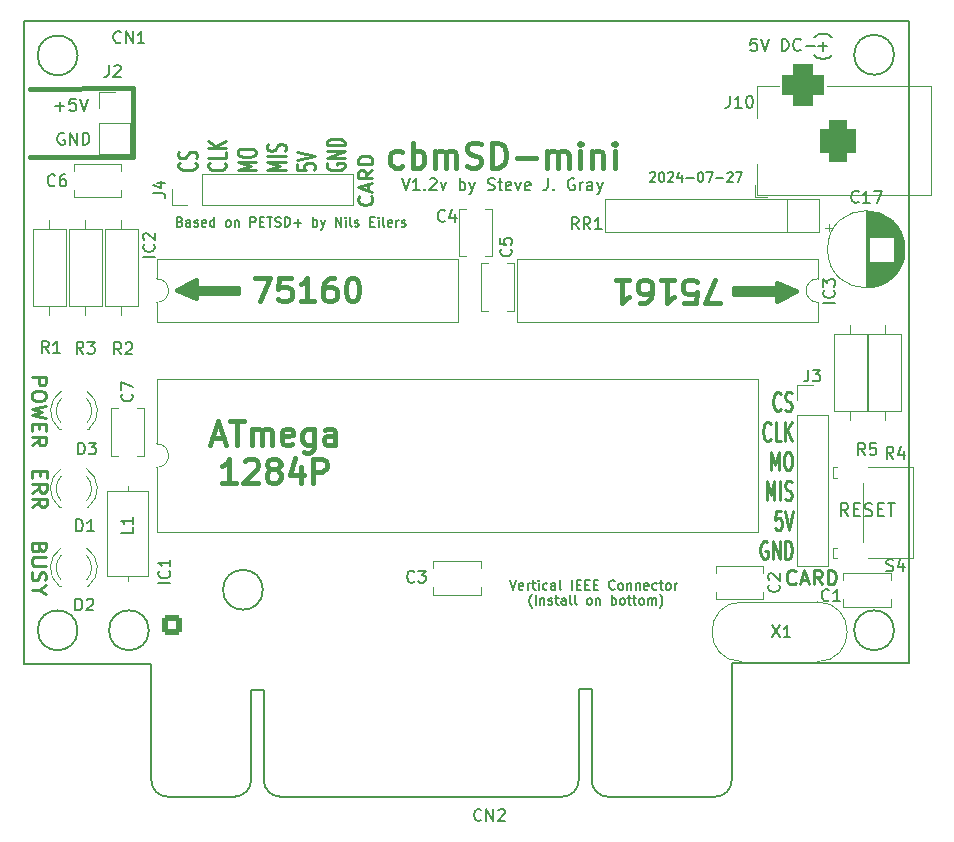
<source format=gbr>
G04 #@! TF.GenerationSoftware,KiCad,Pcbnew,8.0.4*
G04 #@! TF.CreationDate,2024-07-27T17:05:36-04:00*
G04 #@! TF.ProjectId,CBM-SD,43424d2d-5344-42e6-9b69-6361645f7063,rev?*
G04 #@! TF.SameCoordinates,Original*
G04 #@! TF.FileFunction,Legend,Top*
G04 #@! TF.FilePolarity,Positive*
%FSLAX46Y46*%
G04 Gerber Fmt 4.6, Leading zero omitted, Abs format (unit mm)*
G04 Created by KiCad (PCBNEW 8.0.4) date 2024-07-27 17:05:36*
%MOMM*%
%LPD*%
G01*
G04 APERTURE LIST*
G04 Aperture macros list*
%AMRoundRect*
0 Rectangle with rounded corners*
0 $1 Rounding radius*
0 $2 $3 $4 $5 $6 $7 $8 $9 X,Y pos of 4 corners*
0 Add a 4 corners polygon primitive as box body*
4,1,4,$2,$3,$4,$5,$6,$7,$8,$9,$2,$3,0*
0 Add four circle primitives for the rounded corners*
1,1,$1+$1,$2,$3*
1,1,$1+$1,$4,$5*
1,1,$1+$1,$6,$7*
1,1,$1+$1,$8,$9*
0 Add four rect primitives between the rounded corners*
20,1,$1+$1,$2,$3,$4,$5,0*
20,1,$1+$1,$4,$5,$6,$7,0*
20,1,$1+$1,$6,$7,$8,$9,0*
20,1,$1+$1,$8,$9,$2,$3,0*%
G04 Aperture macros list end*
%ADD10C,0.381000*%
%ADD11C,0.203200*%
%ADD12C,0.250000*%
%ADD13C,0.200000*%
%ADD14C,0.400000*%
%ADD15C,0.140000*%
%ADD16C,0.150000*%
%ADD17C,0.120000*%
%ADD18C,0.100000*%
%ADD19C,1.600000*%
%ADD20O,1.600000X1.600000*%
%ADD21R,1.600000X1.600000*%
%ADD22C,1.500000*%
%ADD23R,1.800000X1.800000*%
%ADD24C,1.800000*%
%ADD25R,3.500000X3.500000*%
%ADD26RoundRect,0.750000X0.750000X1.000000X-0.750000X1.000000X-0.750000X-1.000000X0.750000X-1.000000X0*%
%ADD27RoundRect,0.875000X0.875000X0.875000X-0.875000X0.875000X-0.875000X-0.875000X0.875000X-0.875000X0*%
%ADD28R,1.700000X1.700000*%
%ADD29O,1.700000X1.700000*%
%ADD30O,2.410000X8.760000*%
%ADD31C,2.200000*%
%ADD32C,1.700000*%
%ADD33RoundRect,0.273700X-0.576300X0.576300X-0.576300X-0.576300X0.576300X-0.576300X0.576300X0.576300X0*%
%ADD34C,1.550000*%
G04 #@! TA.AperFunction,Profile*
%ADD35C,0.200660*%
G04 #@! TD*
G04 APERTURE END LIST*
D10*
X182549800Y-88620600D02*
X180975000Y-89458800D01*
X180975000Y-88874600D01*
X177368200Y-88874600D01*
X177368200Y-88366600D01*
X180975000Y-88366600D01*
X180975000Y-87934800D01*
X182549800Y-88620600D01*
G36*
X182549800Y-88620600D02*
G01*
X180975000Y-89458800D01*
X180975000Y-88874600D01*
X177368200Y-88874600D01*
X177368200Y-88366600D01*
X180975000Y-88366600D01*
X180975000Y-87934800D01*
X182549800Y-88620600D01*
G37*
X131749800Y-88341200D02*
X135356600Y-88341200D01*
X135356600Y-88823800D01*
X131749800Y-88823800D01*
X131749800Y-89255600D01*
X130175000Y-88569800D01*
X131749800Y-87731600D01*
X131749800Y-88341200D01*
G36*
X131749800Y-88341200D02*
G01*
X135356600Y-88341200D01*
X135356600Y-88823800D01*
X131749800Y-88823800D01*
X131749800Y-89255600D01*
X130175000Y-88569800D01*
X131749800Y-87731600D01*
X131749800Y-88341200D01*
G37*
X117729999Y-71476985D02*
X126492000Y-71475600D01*
X126492000Y-77304900D02*
X117729999Y-77306285D01*
X126492000Y-71539100D02*
X126492000Y-71475600D01*
X126492000Y-77304900D02*
X126492000Y-71539100D01*
D11*
X179249476Y-67268453D02*
X178765666Y-67268453D01*
X178765666Y-67268453D02*
X178717285Y-67752263D01*
X178717285Y-67752263D02*
X178765666Y-67703882D01*
X178765666Y-67703882D02*
X178862428Y-67655501D01*
X178862428Y-67655501D02*
X179104333Y-67655501D01*
X179104333Y-67655501D02*
X179201095Y-67703882D01*
X179201095Y-67703882D02*
X179249476Y-67752263D01*
X179249476Y-67752263D02*
X179297857Y-67849025D01*
X179297857Y-67849025D02*
X179297857Y-68090930D01*
X179297857Y-68090930D02*
X179249476Y-68187692D01*
X179249476Y-68187692D02*
X179201095Y-68236073D01*
X179201095Y-68236073D02*
X179104333Y-68284453D01*
X179104333Y-68284453D02*
X178862428Y-68284453D01*
X178862428Y-68284453D02*
X178765666Y-68236073D01*
X178765666Y-68236073D02*
X178717285Y-68187692D01*
X179588142Y-67268453D02*
X179926809Y-68284453D01*
X179926809Y-68284453D02*
X180265476Y-67268453D01*
X181378237Y-68284453D02*
X181378237Y-67268453D01*
X181378237Y-67268453D02*
X181620142Y-67268453D01*
X181620142Y-67268453D02*
X181765285Y-67316834D01*
X181765285Y-67316834D02*
X181862047Y-67413596D01*
X181862047Y-67413596D02*
X181910428Y-67510358D01*
X181910428Y-67510358D02*
X181958809Y-67703882D01*
X181958809Y-67703882D02*
X181958809Y-67849025D01*
X181958809Y-67849025D02*
X181910428Y-68042549D01*
X181910428Y-68042549D02*
X181862047Y-68139311D01*
X181862047Y-68139311D02*
X181765285Y-68236073D01*
X181765285Y-68236073D02*
X181620142Y-68284453D01*
X181620142Y-68284453D02*
X181378237Y-68284453D01*
X182974809Y-68187692D02*
X182926428Y-68236073D01*
X182926428Y-68236073D02*
X182781285Y-68284453D01*
X182781285Y-68284453D02*
X182684523Y-68284453D01*
X182684523Y-68284453D02*
X182539380Y-68236073D01*
X182539380Y-68236073D02*
X182442618Y-68139311D01*
X182442618Y-68139311D02*
X182394237Y-68042549D01*
X182394237Y-68042549D02*
X182345856Y-67849025D01*
X182345856Y-67849025D02*
X182345856Y-67703882D01*
X182345856Y-67703882D02*
X182394237Y-67510358D01*
X182394237Y-67510358D02*
X182442618Y-67413596D01*
X182442618Y-67413596D02*
X182539380Y-67316834D01*
X182539380Y-67316834D02*
X182684523Y-67268453D01*
X182684523Y-67268453D02*
X182781285Y-67268453D01*
X182781285Y-67268453D02*
X182926428Y-67316834D01*
X182926428Y-67316834D02*
X182974809Y-67365215D01*
X183410237Y-67897406D02*
X184184333Y-67897406D01*
D12*
X117866852Y-95904090D02*
X119106852Y-95904090D01*
X119106852Y-95904090D02*
X119106852Y-96376471D01*
X119106852Y-96376471D02*
X119047804Y-96494566D01*
X119047804Y-96494566D02*
X118988757Y-96553613D01*
X118988757Y-96553613D02*
X118870661Y-96612661D01*
X118870661Y-96612661D02*
X118693519Y-96612661D01*
X118693519Y-96612661D02*
X118575423Y-96553613D01*
X118575423Y-96553613D02*
X118516376Y-96494566D01*
X118516376Y-96494566D02*
X118457328Y-96376471D01*
X118457328Y-96376471D02*
X118457328Y-95904090D01*
X119106852Y-97380280D02*
X119106852Y-97616471D01*
X119106852Y-97616471D02*
X119047804Y-97734566D01*
X119047804Y-97734566D02*
X118929709Y-97852661D01*
X118929709Y-97852661D02*
X118693519Y-97911709D01*
X118693519Y-97911709D02*
X118280185Y-97911709D01*
X118280185Y-97911709D02*
X118043995Y-97852661D01*
X118043995Y-97852661D02*
X117925900Y-97734566D01*
X117925900Y-97734566D02*
X117866852Y-97616471D01*
X117866852Y-97616471D02*
X117866852Y-97380280D01*
X117866852Y-97380280D02*
X117925900Y-97262185D01*
X117925900Y-97262185D02*
X118043995Y-97144090D01*
X118043995Y-97144090D02*
X118280185Y-97085042D01*
X118280185Y-97085042D02*
X118693519Y-97085042D01*
X118693519Y-97085042D02*
X118929709Y-97144090D01*
X118929709Y-97144090D02*
X119047804Y-97262185D01*
X119047804Y-97262185D02*
X119106852Y-97380280D01*
X119106852Y-98325042D02*
X117866852Y-98620280D01*
X117866852Y-98620280D02*
X118752566Y-98856471D01*
X118752566Y-98856471D02*
X117866852Y-99092661D01*
X117866852Y-99092661D02*
X119106852Y-99387900D01*
X118516376Y-99860281D02*
X118516376Y-100273614D01*
X117866852Y-100450757D02*
X117866852Y-99860281D01*
X117866852Y-99860281D02*
X119106852Y-99860281D01*
X119106852Y-99860281D02*
X119106852Y-100450757D01*
X117866852Y-101690757D02*
X118457328Y-101277424D01*
X117866852Y-100982186D02*
X119106852Y-100982186D01*
X119106852Y-100982186D02*
X119106852Y-101454567D01*
X119106852Y-101454567D02*
X119047804Y-101572662D01*
X119047804Y-101572662D02*
X118988757Y-101631709D01*
X118988757Y-101631709D02*
X118870661Y-101690757D01*
X118870661Y-101690757D02*
X118693519Y-101690757D01*
X118693519Y-101690757D02*
X118575423Y-101631709D01*
X118575423Y-101631709D02*
X118516376Y-101572662D01*
X118516376Y-101572662D02*
X118457328Y-101454567D01*
X118457328Y-101454567D02*
X118457328Y-100982186D01*
D11*
X120637905Y-75272734D02*
X120541143Y-75224353D01*
X120541143Y-75224353D02*
X120396000Y-75224353D01*
X120396000Y-75224353D02*
X120250857Y-75272734D01*
X120250857Y-75272734D02*
X120154095Y-75369496D01*
X120154095Y-75369496D02*
X120105714Y-75466258D01*
X120105714Y-75466258D02*
X120057333Y-75659782D01*
X120057333Y-75659782D02*
X120057333Y-75804925D01*
X120057333Y-75804925D02*
X120105714Y-75998449D01*
X120105714Y-75998449D02*
X120154095Y-76095211D01*
X120154095Y-76095211D02*
X120250857Y-76191973D01*
X120250857Y-76191973D02*
X120396000Y-76240353D01*
X120396000Y-76240353D02*
X120492762Y-76240353D01*
X120492762Y-76240353D02*
X120637905Y-76191973D01*
X120637905Y-76191973D02*
X120686286Y-76143592D01*
X120686286Y-76143592D02*
X120686286Y-75804925D01*
X120686286Y-75804925D02*
X120492762Y-75804925D01*
X121121714Y-76240353D02*
X121121714Y-75224353D01*
X121121714Y-75224353D02*
X121702286Y-76240353D01*
X121702286Y-76240353D02*
X121702286Y-75224353D01*
X122186095Y-76240353D02*
X122186095Y-75224353D01*
X122186095Y-75224353D02*
X122428000Y-75224353D01*
X122428000Y-75224353D02*
X122573143Y-75272734D01*
X122573143Y-75272734D02*
X122669905Y-75369496D01*
X122669905Y-75369496D02*
X122718286Y-75466258D01*
X122718286Y-75466258D02*
X122766667Y-75659782D01*
X122766667Y-75659782D02*
X122766667Y-75804925D01*
X122766667Y-75804925D02*
X122718286Y-75998449D01*
X122718286Y-75998449D02*
X122669905Y-76095211D01*
X122669905Y-76095211D02*
X122573143Y-76191973D01*
X122573143Y-76191973D02*
X122428000Y-76240353D01*
X122428000Y-76240353D02*
X122186095Y-76240353D01*
D12*
X118567176Y-103853486D02*
X118567176Y-104266819D01*
X117917652Y-104443962D02*
X117917652Y-103853486D01*
X117917652Y-103853486D02*
X119157652Y-103853486D01*
X119157652Y-103853486D02*
X119157652Y-104443962D01*
X117917652Y-105683962D02*
X118508128Y-105270629D01*
X117917652Y-104975391D02*
X119157652Y-104975391D01*
X119157652Y-104975391D02*
X119157652Y-105447772D01*
X119157652Y-105447772D02*
X119098604Y-105565867D01*
X119098604Y-105565867D02*
X119039557Y-105624914D01*
X119039557Y-105624914D02*
X118921461Y-105683962D01*
X118921461Y-105683962D02*
X118744319Y-105683962D01*
X118744319Y-105683962D02*
X118626223Y-105624914D01*
X118626223Y-105624914D02*
X118567176Y-105565867D01*
X118567176Y-105565867D02*
X118508128Y-105447772D01*
X118508128Y-105447772D02*
X118508128Y-104975391D01*
X117917652Y-106923962D02*
X118508128Y-106510629D01*
X117917652Y-106215391D02*
X119157652Y-106215391D01*
X119157652Y-106215391D02*
X119157652Y-106687772D01*
X119157652Y-106687772D02*
X119098604Y-106805867D01*
X119098604Y-106805867D02*
X119039557Y-106864914D01*
X119039557Y-106864914D02*
X118921461Y-106923962D01*
X118921461Y-106923962D02*
X118744319Y-106923962D01*
X118744319Y-106923962D02*
X118626223Y-106864914D01*
X118626223Y-106864914D02*
X118567176Y-106805867D01*
X118567176Y-106805867D02*
X118508128Y-106687772D01*
X118508128Y-106687772D02*
X118508128Y-106215391D01*
X182553143Y-113330857D02*
X182496000Y-113388000D01*
X182496000Y-113388000D02*
X182324572Y-113445142D01*
X182324572Y-113445142D02*
X182210286Y-113445142D01*
X182210286Y-113445142D02*
X182038857Y-113388000D01*
X182038857Y-113388000D02*
X181924572Y-113273714D01*
X181924572Y-113273714D02*
X181867429Y-113159428D01*
X181867429Y-113159428D02*
X181810286Y-112930857D01*
X181810286Y-112930857D02*
X181810286Y-112759428D01*
X181810286Y-112759428D02*
X181867429Y-112530857D01*
X181867429Y-112530857D02*
X181924572Y-112416571D01*
X181924572Y-112416571D02*
X182038857Y-112302285D01*
X182038857Y-112302285D02*
X182210286Y-112245142D01*
X182210286Y-112245142D02*
X182324572Y-112245142D01*
X182324572Y-112245142D02*
X182496000Y-112302285D01*
X182496000Y-112302285D02*
X182553143Y-112359428D01*
X183010286Y-113102285D02*
X183581715Y-113102285D01*
X182896000Y-113445142D02*
X183296000Y-112245142D01*
X183296000Y-112245142D02*
X183696000Y-113445142D01*
X184781714Y-113445142D02*
X184381714Y-112873714D01*
X184096000Y-113445142D02*
X184096000Y-112245142D01*
X184096000Y-112245142D02*
X184553143Y-112245142D01*
X184553143Y-112245142D02*
X184667428Y-112302285D01*
X184667428Y-112302285D02*
X184724571Y-112359428D01*
X184724571Y-112359428D02*
X184781714Y-112473714D01*
X184781714Y-112473714D02*
X184781714Y-112645142D01*
X184781714Y-112645142D02*
X184724571Y-112759428D01*
X184724571Y-112759428D02*
X184667428Y-112816571D01*
X184667428Y-112816571D02*
X184553143Y-112873714D01*
X184553143Y-112873714D02*
X184096000Y-112873714D01*
X185296000Y-113445142D02*
X185296000Y-112245142D01*
X185296000Y-112245142D02*
X185581714Y-112245142D01*
X185581714Y-112245142D02*
X185753143Y-112302285D01*
X185753143Y-112302285D02*
X185867428Y-112416571D01*
X185867428Y-112416571D02*
X185924571Y-112530857D01*
X185924571Y-112530857D02*
X185981714Y-112759428D01*
X185981714Y-112759428D02*
X185981714Y-112930857D01*
X185981714Y-112930857D02*
X185924571Y-113159428D01*
X185924571Y-113159428D02*
X185867428Y-113273714D01*
X185867428Y-113273714D02*
X185753143Y-113388000D01*
X185753143Y-113388000D02*
X185581714Y-113445142D01*
X185581714Y-113445142D02*
X185296000Y-113445142D01*
D13*
X186997381Y-107686480D02*
X186630714Y-107162671D01*
X186368809Y-107686480D02*
X186368809Y-106586480D01*
X186368809Y-106586480D02*
X186787857Y-106586480D01*
X186787857Y-106586480D02*
X186892619Y-106638861D01*
X186892619Y-106638861D02*
X186945000Y-106691242D01*
X186945000Y-106691242D02*
X186997381Y-106796004D01*
X186997381Y-106796004D02*
X186997381Y-106953147D01*
X186997381Y-106953147D02*
X186945000Y-107057909D01*
X186945000Y-107057909D02*
X186892619Y-107110290D01*
X186892619Y-107110290D02*
X186787857Y-107162671D01*
X186787857Y-107162671D02*
X186368809Y-107162671D01*
X187468809Y-107110290D02*
X187835476Y-107110290D01*
X187992619Y-107686480D02*
X187468809Y-107686480D01*
X187468809Y-107686480D02*
X187468809Y-106586480D01*
X187468809Y-106586480D02*
X187992619Y-106586480D01*
X188411666Y-107634100D02*
X188568809Y-107686480D01*
X188568809Y-107686480D02*
X188830714Y-107686480D01*
X188830714Y-107686480D02*
X188935476Y-107634100D01*
X188935476Y-107634100D02*
X188987857Y-107581719D01*
X188987857Y-107581719D02*
X189040238Y-107476957D01*
X189040238Y-107476957D02*
X189040238Y-107372195D01*
X189040238Y-107372195D02*
X188987857Y-107267433D01*
X188987857Y-107267433D02*
X188935476Y-107215052D01*
X188935476Y-107215052D02*
X188830714Y-107162671D01*
X188830714Y-107162671D02*
X188621190Y-107110290D01*
X188621190Y-107110290D02*
X188516428Y-107057909D01*
X188516428Y-107057909D02*
X188464047Y-107005528D01*
X188464047Y-107005528D02*
X188411666Y-106900766D01*
X188411666Y-106900766D02*
X188411666Y-106796004D01*
X188411666Y-106796004D02*
X188464047Y-106691242D01*
X188464047Y-106691242D02*
X188516428Y-106638861D01*
X188516428Y-106638861D02*
X188621190Y-106586480D01*
X188621190Y-106586480D02*
X188883095Y-106586480D01*
X188883095Y-106586480D02*
X189040238Y-106638861D01*
X189511666Y-107110290D02*
X189878333Y-107110290D01*
X190035476Y-107686480D02*
X189511666Y-107686480D01*
X189511666Y-107686480D02*
X189511666Y-106586480D01*
X189511666Y-106586480D02*
X190035476Y-106586480D01*
X190349761Y-106586480D02*
X190978333Y-106586480D01*
X190664047Y-107686480D02*
X190664047Y-106586480D01*
D14*
X149237157Y-78066700D02*
X149037157Y-78166700D01*
X149037157Y-78166700D02*
X148637157Y-78166700D01*
X148637157Y-78166700D02*
X148437157Y-78066700D01*
X148437157Y-78066700D02*
X148337157Y-77966700D01*
X148337157Y-77966700D02*
X148237157Y-77766700D01*
X148237157Y-77766700D02*
X148237157Y-77166700D01*
X148237157Y-77166700D02*
X148337157Y-76966700D01*
X148337157Y-76966700D02*
X148437157Y-76866700D01*
X148437157Y-76866700D02*
X148637157Y-76766700D01*
X148637157Y-76766700D02*
X149037157Y-76766700D01*
X149037157Y-76766700D02*
X149237157Y-76866700D01*
X150137157Y-78166700D02*
X150137157Y-76066700D01*
X150137157Y-76866700D02*
X150337157Y-76766700D01*
X150337157Y-76766700D02*
X150737157Y-76766700D01*
X150737157Y-76766700D02*
X150937157Y-76866700D01*
X150937157Y-76866700D02*
X151037157Y-76966700D01*
X151037157Y-76966700D02*
X151137157Y-77166700D01*
X151137157Y-77166700D02*
X151137157Y-77766700D01*
X151137157Y-77766700D02*
X151037157Y-77966700D01*
X151037157Y-77966700D02*
X150937157Y-78066700D01*
X150937157Y-78066700D02*
X150737157Y-78166700D01*
X150737157Y-78166700D02*
X150337157Y-78166700D01*
X150337157Y-78166700D02*
X150137157Y-78066700D01*
X152037157Y-78166700D02*
X152037157Y-76766700D01*
X152037157Y-76966700D02*
X152137157Y-76866700D01*
X152137157Y-76866700D02*
X152337157Y-76766700D01*
X152337157Y-76766700D02*
X152637157Y-76766700D01*
X152637157Y-76766700D02*
X152837157Y-76866700D01*
X152837157Y-76866700D02*
X152937157Y-77066700D01*
X152937157Y-77066700D02*
X152937157Y-78166700D01*
X152937157Y-77066700D02*
X153037157Y-76866700D01*
X153037157Y-76866700D02*
X153237157Y-76766700D01*
X153237157Y-76766700D02*
X153537157Y-76766700D01*
X153537157Y-76766700D02*
X153737157Y-76866700D01*
X153737157Y-76866700D02*
X153837157Y-77066700D01*
X153837157Y-77066700D02*
X153837157Y-78166700D01*
X154737157Y-78066700D02*
X155037157Y-78166700D01*
X155037157Y-78166700D02*
X155537157Y-78166700D01*
X155537157Y-78166700D02*
X155737157Y-78066700D01*
X155737157Y-78066700D02*
X155837157Y-77966700D01*
X155837157Y-77966700D02*
X155937157Y-77766700D01*
X155937157Y-77766700D02*
X155937157Y-77566700D01*
X155937157Y-77566700D02*
X155837157Y-77366700D01*
X155837157Y-77366700D02*
X155737157Y-77266700D01*
X155737157Y-77266700D02*
X155537157Y-77166700D01*
X155537157Y-77166700D02*
X155137157Y-77066700D01*
X155137157Y-77066700D02*
X154937157Y-76966700D01*
X154937157Y-76966700D02*
X154837157Y-76866700D01*
X154837157Y-76866700D02*
X154737157Y-76666700D01*
X154737157Y-76666700D02*
X154737157Y-76466700D01*
X154737157Y-76466700D02*
X154837157Y-76266700D01*
X154837157Y-76266700D02*
X154937157Y-76166700D01*
X154937157Y-76166700D02*
X155137157Y-76066700D01*
X155137157Y-76066700D02*
X155637157Y-76066700D01*
X155637157Y-76066700D02*
X155937157Y-76166700D01*
X156837157Y-78166700D02*
X156837157Y-76066700D01*
X156837157Y-76066700D02*
X157337157Y-76066700D01*
X157337157Y-76066700D02*
X157637157Y-76166700D01*
X157637157Y-76166700D02*
X157837157Y-76366700D01*
X157837157Y-76366700D02*
X157937157Y-76566700D01*
X157937157Y-76566700D02*
X158037157Y-76966700D01*
X158037157Y-76966700D02*
X158037157Y-77266700D01*
X158037157Y-77266700D02*
X157937157Y-77666700D01*
X157937157Y-77666700D02*
X157837157Y-77866700D01*
X157837157Y-77866700D02*
X157637157Y-78066700D01*
X157637157Y-78066700D02*
X157337157Y-78166700D01*
X157337157Y-78166700D02*
X156837157Y-78166700D01*
X158937157Y-77366700D02*
X160537157Y-77366700D01*
X161537157Y-78166700D02*
X161537157Y-76766700D01*
X161537157Y-76966700D02*
X161637157Y-76866700D01*
X161637157Y-76866700D02*
X161837157Y-76766700D01*
X161837157Y-76766700D02*
X162137157Y-76766700D01*
X162137157Y-76766700D02*
X162337157Y-76866700D01*
X162337157Y-76866700D02*
X162437157Y-77066700D01*
X162437157Y-77066700D02*
X162437157Y-78166700D01*
X162437157Y-77066700D02*
X162537157Y-76866700D01*
X162537157Y-76866700D02*
X162737157Y-76766700D01*
X162737157Y-76766700D02*
X163037157Y-76766700D01*
X163037157Y-76766700D02*
X163237157Y-76866700D01*
X163237157Y-76866700D02*
X163337157Y-77066700D01*
X163337157Y-77066700D02*
X163337157Y-78166700D01*
X164337157Y-78166700D02*
X164337157Y-76766700D01*
X164337157Y-76066700D02*
X164237157Y-76166700D01*
X164237157Y-76166700D02*
X164337157Y-76266700D01*
X164337157Y-76266700D02*
X164437157Y-76166700D01*
X164437157Y-76166700D02*
X164337157Y-76066700D01*
X164337157Y-76066700D02*
X164337157Y-76266700D01*
X165337157Y-76766700D02*
X165337157Y-78166700D01*
X165337157Y-76966700D02*
X165437157Y-76866700D01*
X165437157Y-76866700D02*
X165637157Y-76766700D01*
X165637157Y-76766700D02*
X165937157Y-76766700D01*
X165937157Y-76766700D02*
X166137157Y-76866700D01*
X166137157Y-76866700D02*
X166237157Y-77066700D01*
X166237157Y-77066700D02*
X166237157Y-78166700D01*
X167237157Y-78166700D02*
X167237157Y-76766700D01*
X167237157Y-76066700D02*
X167137157Y-76166700D01*
X167137157Y-76166700D02*
X167237157Y-76266700D01*
X167237157Y-76266700D02*
X167337157Y-76166700D01*
X167337157Y-76166700D02*
X167237157Y-76066700D01*
X167237157Y-76066700D02*
X167237157Y-76266700D01*
D13*
X149210189Y-79081219D02*
X149543522Y-80081219D01*
X149543522Y-80081219D02*
X149876855Y-79081219D01*
X150733998Y-80081219D02*
X150162570Y-80081219D01*
X150448284Y-80081219D02*
X150448284Y-79081219D01*
X150448284Y-79081219D02*
X150353046Y-79224076D01*
X150353046Y-79224076D02*
X150257808Y-79319314D01*
X150257808Y-79319314D02*
X150162570Y-79366933D01*
X151162570Y-79985980D02*
X151210189Y-80033600D01*
X151210189Y-80033600D02*
X151162570Y-80081219D01*
X151162570Y-80081219D02*
X151114951Y-80033600D01*
X151114951Y-80033600D02*
X151162570Y-79985980D01*
X151162570Y-79985980D02*
X151162570Y-80081219D01*
X151591141Y-79176457D02*
X151638760Y-79128838D01*
X151638760Y-79128838D02*
X151733998Y-79081219D01*
X151733998Y-79081219D02*
X151972093Y-79081219D01*
X151972093Y-79081219D02*
X152067331Y-79128838D01*
X152067331Y-79128838D02*
X152114950Y-79176457D01*
X152114950Y-79176457D02*
X152162569Y-79271695D01*
X152162569Y-79271695D02*
X152162569Y-79366933D01*
X152162569Y-79366933D02*
X152114950Y-79509790D01*
X152114950Y-79509790D02*
X151543522Y-80081219D01*
X151543522Y-80081219D02*
X152162569Y-80081219D01*
X152495903Y-79414552D02*
X152733998Y-80081219D01*
X152733998Y-80081219D02*
X152972093Y-79414552D01*
X154114951Y-80081219D02*
X154114951Y-79081219D01*
X154114951Y-79462171D02*
X154210189Y-79414552D01*
X154210189Y-79414552D02*
X154400665Y-79414552D01*
X154400665Y-79414552D02*
X154495903Y-79462171D01*
X154495903Y-79462171D02*
X154543522Y-79509790D01*
X154543522Y-79509790D02*
X154591141Y-79605028D01*
X154591141Y-79605028D02*
X154591141Y-79890742D01*
X154591141Y-79890742D02*
X154543522Y-79985980D01*
X154543522Y-79985980D02*
X154495903Y-80033600D01*
X154495903Y-80033600D02*
X154400665Y-80081219D01*
X154400665Y-80081219D02*
X154210189Y-80081219D01*
X154210189Y-80081219D02*
X154114951Y-80033600D01*
X154924475Y-79414552D02*
X155162570Y-80081219D01*
X155400665Y-79414552D02*
X155162570Y-80081219D01*
X155162570Y-80081219D02*
X155067332Y-80319314D01*
X155067332Y-80319314D02*
X155019713Y-80366933D01*
X155019713Y-80366933D02*
X154924475Y-80414552D01*
X156495904Y-80033600D02*
X156638761Y-80081219D01*
X156638761Y-80081219D02*
X156876856Y-80081219D01*
X156876856Y-80081219D02*
X156972094Y-80033600D01*
X156972094Y-80033600D02*
X157019713Y-79985980D01*
X157019713Y-79985980D02*
X157067332Y-79890742D01*
X157067332Y-79890742D02*
X157067332Y-79795504D01*
X157067332Y-79795504D02*
X157019713Y-79700266D01*
X157019713Y-79700266D02*
X156972094Y-79652647D01*
X156972094Y-79652647D02*
X156876856Y-79605028D01*
X156876856Y-79605028D02*
X156686380Y-79557409D01*
X156686380Y-79557409D02*
X156591142Y-79509790D01*
X156591142Y-79509790D02*
X156543523Y-79462171D01*
X156543523Y-79462171D02*
X156495904Y-79366933D01*
X156495904Y-79366933D02*
X156495904Y-79271695D01*
X156495904Y-79271695D02*
X156543523Y-79176457D01*
X156543523Y-79176457D02*
X156591142Y-79128838D01*
X156591142Y-79128838D02*
X156686380Y-79081219D01*
X156686380Y-79081219D02*
X156924475Y-79081219D01*
X156924475Y-79081219D02*
X157067332Y-79128838D01*
X157353047Y-79414552D02*
X157733999Y-79414552D01*
X157495904Y-79081219D02*
X157495904Y-79938361D01*
X157495904Y-79938361D02*
X157543523Y-80033600D01*
X157543523Y-80033600D02*
X157638761Y-80081219D01*
X157638761Y-80081219D02*
X157733999Y-80081219D01*
X158448285Y-80033600D02*
X158353047Y-80081219D01*
X158353047Y-80081219D02*
X158162571Y-80081219D01*
X158162571Y-80081219D02*
X158067333Y-80033600D01*
X158067333Y-80033600D02*
X158019714Y-79938361D01*
X158019714Y-79938361D02*
X158019714Y-79557409D01*
X158019714Y-79557409D02*
X158067333Y-79462171D01*
X158067333Y-79462171D02*
X158162571Y-79414552D01*
X158162571Y-79414552D02*
X158353047Y-79414552D01*
X158353047Y-79414552D02*
X158448285Y-79462171D01*
X158448285Y-79462171D02*
X158495904Y-79557409D01*
X158495904Y-79557409D02*
X158495904Y-79652647D01*
X158495904Y-79652647D02*
X158019714Y-79747885D01*
X158829238Y-79414552D02*
X159067333Y-80081219D01*
X159067333Y-80081219D02*
X159305428Y-79414552D01*
X160067333Y-80033600D02*
X159972095Y-80081219D01*
X159972095Y-80081219D02*
X159781619Y-80081219D01*
X159781619Y-80081219D02*
X159686381Y-80033600D01*
X159686381Y-80033600D02*
X159638762Y-79938361D01*
X159638762Y-79938361D02*
X159638762Y-79557409D01*
X159638762Y-79557409D02*
X159686381Y-79462171D01*
X159686381Y-79462171D02*
X159781619Y-79414552D01*
X159781619Y-79414552D02*
X159972095Y-79414552D01*
X159972095Y-79414552D02*
X160067333Y-79462171D01*
X160067333Y-79462171D02*
X160114952Y-79557409D01*
X160114952Y-79557409D02*
X160114952Y-79652647D01*
X160114952Y-79652647D02*
X159638762Y-79747885D01*
X161591143Y-79081219D02*
X161591143Y-79795504D01*
X161591143Y-79795504D02*
X161543524Y-79938361D01*
X161543524Y-79938361D02*
X161448286Y-80033600D01*
X161448286Y-80033600D02*
X161305429Y-80081219D01*
X161305429Y-80081219D02*
X161210191Y-80081219D01*
X162067334Y-79985980D02*
X162114953Y-80033600D01*
X162114953Y-80033600D02*
X162067334Y-80081219D01*
X162067334Y-80081219D02*
X162019715Y-80033600D01*
X162019715Y-80033600D02*
X162067334Y-79985980D01*
X162067334Y-79985980D02*
X162067334Y-80081219D01*
X163829238Y-79128838D02*
X163734000Y-79081219D01*
X163734000Y-79081219D02*
X163591143Y-79081219D01*
X163591143Y-79081219D02*
X163448286Y-79128838D01*
X163448286Y-79128838D02*
X163353048Y-79224076D01*
X163353048Y-79224076D02*
X163305429Y-79319314D01*
X163305429Y-79319314D02*
X163257810Y-79509790D01*
X163257810Y-79509790D02*
X163257810Y-79652647D01*
X163257810Y-79652647D02*
X163305429Y-79843123D01*
X163305429Y-79843123D02*
X163353048Y-79938361D01*
X163353048Y-79938361D02*
X163448286Y-80033600D01*
X163448286Y-80033600D02*
X163591143Y-80081219D01*
X163591143Y-80081219D02*
X163686381Y-80081219D01*
X163686381Y-80081219D02*
X163829238Y-80033600D01*
X163829238Y-80033600D02*
X163876857Y-79985980D01*
X163876857Y-79985980D02*
X163876857Y-79652647D01*
X163876857Y-79652647D02*
X163686381Y-79652647D01*
X164305429Y-80081219D02*
X164305429Y-79414552D01*
X164305429Y-79605028D02*
X164353048Y-79509790D01*
X164353048Y-79509790D02*
X164400667Y-79462171D01*
X164400667Y-79462171D02*
X164495905Y-79414552D01*
X164495905Y-79414552D02*
X164591143Y-79414552D01*
X165353048Y-80081219D02*
X165353048Y-79557409D01*
X165353048Y-79557409D02*
X165305429Y-79462171D01*
X165305429Y-79462171D02*
X165210191Y-79414552D01*
X165210191Y-79414552D02*
X165019715Y-79414552D01*
X165019715Y-79414552D02*
X164924477Y-79462171D01*
X165353048Y-80033600D02*
X165257810Y-80081219D01*
X165257810Y-80081219D02*
X165019715Y-80081219D01*
X165019715Y-80081219D02*
X164924477Y-80033600D01*
X164924477Y-80033600D02*
X164876858Y-79938361D01*
X164876858Y-79938361D02*
X164876858Y-79843123D01*
X164876858Y-79843123D02*
X164924477Y-79747885D01*
X164924477Y-79747885D02*
X165019715Y-79700266D01*
X165019715Y-79700266D02*
X165257810Y-79700266D01*
X165257810Y-79700266D02*
X165353048Y-79652647D01*
X165734001Y-79414552D02*
X165972096Y-80081219D01*
X166210191Y-79414552D02*
X165972096Y-80081219D01*
X165972096Y-80081219D02*
X165876858Y-80319314D01*
X165876858Y-80319314D02*
X165829239Y-80366933D01*
X165829239Y-80366933D02*
X165734001Y-80414552D01*
D15*
X130417474Y-82747767D02*
X130531760Y-82785862D01*
X130531760Y-82785862D02*
X130569855Y-82823958D01*
X130569855Y-82823958D02*
X130607951Y-82900148D01*
X130607951Y-82900148D02*
X130607951Y-83014434D01*
X130607951Y-83014434D02*
X130569855Y-83090624D01*
X130569855Y-83090624D02*
X130531760Y-83128720D01*
X130531760Y-83128720D02*
X130455570Y-83166815D01*
X130455570Y-83166815D02*
X130150808Y-83166815D01*
X130150808Y-83166815D02*
X130150808Y-82366815D01*
X130150808Y-82366815D02*
X130417474Y-82366815D01*
X130417474Y-82366815D02*
X130493665Y-82404910D01*
X130493665Y-82404910D02*
X130531760Y-82443005D01*
X130531760Y-82443005D02*
X130569855Y-82519196D01*
X130569855Y-82519196D02*
X130569855Y-82595386D01*
X130569855Y-82595386D02*
X130531760Y-82671577D01*
X130531760Y-82671577D02*
X130493665Y-82709672D01*
X130493665Y-82709672D02*
X130417474Y-82747767D01*
X130417474Y-82747767D02*
X130150808Y-82747767D01*
X131293665Y-83166815D02*
X131293665Y-82747767D01*
X131293665Y-82747767D02*
X131255570Y-82671577D01*
X131255570Y-82671577D02*
X131179379Y-82633481D01*
X131179379Y-82633481D02*
X131026998Y-82633481D01*
X131026998Y-82633481D02*
X130950808Y-82671577D01*
X131293665Y-83128720D02*
X131217474Y-83166815D01*
X131217474Y-83166815D02*
X131026998Y-83166815D01*
X131026998Y-83166815D02*
X130950808Y-83128720D01*
X130950808Y-83128720D02*
X130912712Y-83052529D01*
X130912712Y-83052529D02*
X130912712Y-82976339D01*
X130912712Y-82976339D02*
X130950808Y-82900148D01*
X130950808Y-82900148D02*
X131026998Y-82862053D01*
X131026998Y-82862053D02*
X131217474Y-82862053D01*
X131217474Y-82862053D02*
X131293665Y-82823958D01*
X131636522Y-83128720D02*
X131712713Y-83166815D01*
X131712713Y-83166815D02*
X131865094Y-83166815D01*
X131865094Y-83166815D02*
X131941284Y-83128720D01*
X131941284Y-83128720D02*
X131979380Y-83052529D01*
X131979380Y-83052529D02*
X131979380Y-83014434D01*
X131979380Y-83014434D02*
X131941284Y-82938243D01*
X131941284Y-82938243D02*
X131865094Y-82900148D01*
X131865094Y-82900148D02*
X131750808Y-82900148D01*
X131750808Y-82900148D02*
X131674618Y-82862053D01*
X131674618Y-82862053D02*
X131636522Y-82785862D01*
X131636522Y-82785862D02*
X131636522Y-82747767D01*
X131636522Y-82747767D02*
X131674618Y-82671577D01*
X131674618Y-82671577D02*
X131750808Y-82633481D01*
X131750808Y-82633481D02*
X131865094Y-82633481D01*
X131865094Y-82633481D02*
X131941284Y-82671577D01*
X132626999Y-83128720D02*
X132550808Y-83166815D01*
X132550808Y-83166815D02*
X132398427Y-83166815D01*
X132398427Y-83166815D02*
X132322237Y-83128720D01*
X132322237Y-83128720D02*
X132284141Y-83052529D01*
X132284141Y-83052529D02*
X132284141Y-82747767D01*
X132284141Y-82747767D02*
X132322237Y-82671577D01*
X132322237Y-82671577D02*
X132398427Y-82633481D01*
X132398427Y-82633481D02*
X132550808Y-82633481D01*
X132550808Y-82633481D02*
X132626999Y-82671577D01*
X132626999Y-82671577D02*
X132665094Y-82747767D01*
X132665094Y-82747767D02*
X132665094Y-82823958D01*
X132665094Y-82823958D02*
X132284141Y-82900148D01*
X133350808Y-83166815D02*
X133350808Y-82366815D01*
X133350808Y-83128720D02*
X133274617Y-83166815D01*
X133274617Y-83166815D02*
X133122236Y-83166815D01*
X133122236Y-83166815D02*
X133046046Y-83128720D01*
X133046046Y-83128720D02*
X133007951Y-83090624D01*
X133007951Y-83090624D02*
X132969855Y-83014434D01*
X132969855Y-83014434D02*
X132969855Y-82785862D01*
X132969855Y-82785862D02*
X133007951Y-82709672D01*
X133007951Y-82709672D02*
X133046046Y-82671577D01*
X133046046Y-82671577D02*
X133122236Y-82633481D01*
X133122236Y-82633481D02*
X133274617Y-82633481D01*
X133274617Y-82633481D02*
X133350808Y-82671577D01*
X134455570Y-83166815D02*
X134379380Y-83128720D01*
X134379380Y-83128720D02*
X134341285Y-83090624D01*
X134341285Y-83090624D02*
X134303189Y-83014434D01*
X134303189Y-83014434D02*
X134303189Y-82785862D01*
X134303189Y-82785862D02*
X134341285Y-82709672D01*
X134341285Y-82709672D02*
X134379380Y-82671577D01*
X134379380Y-82671577D02*
X134455570Y-82633481D01*
X134455570Y-82633481D02*
X134569856Y-82633481D01*
X134569856Y-82633481D02*
X134646047Y-82671577D01*
X134646047Y-82671577D02*
X134684142Y-82709672D01*
X134684142Y-82709672D02*
X134722237Y-82785862D01*
X134722237Y-82785862D02*
X134722237Y-83014434D01*
X134722237Y-83014434D02*
X134684142Y-83090624D01*
X134684142Y-83090624D02*
X134646047Y-83128720D01*
X134646047Y-83128720D02*
X134569856Y-83166815D01*
X134569856Y-83166815D02*
X134455570Y-83166815D01*
X135065095Y-82633481D02*
X135065095Y-83166815D01*
X135065095Y-82709672D02*
X135103190Y-82671577D01*
X135103190Y-82671577D02*
X135179380Y-82633481D01*
X135179380Y-82633481D02*
X135293666Y-82633481D01*
X135293666Y-82633481D02*
X135369857Y-82671577D01*
X135369857Y-82671577D02*
X135407952Y-82747767D01*
X135407952Y-82747767D02*
X135407952Y-83166815D01*
X136398429Y-83166815D02*
X136398429Y-82366815D01*
X136398429Y-82366815D02*
X136703191Y-82366815D01*
X136703191Y-82366815D02*
X136779381Y-82404910D01*
X136779381Y-82404910D02*
X136817476Y-82443005D01*
X136817476Y-82443005D02*
X136855572Y-82519196D01*
X136855572Y-82519196D02*
X136855572Y-82633481D01*
X136855572Y-82633481D02*
X136817476Y-82709672D01*
X136817476Y-82709672D02*
X136779381Y-82747767D01*
X136779381Y-82747767D02*
X136703191Y-82785862D01*
X136703191Y-82785862D02*
X136398429Y-82785862D01*
X137198429Y-82747767D02*
X137465095Y-82747767D01*
X137579381Y-83166815D02*
X137198429Y-83166815D01*
X137198429Y-83166815D02*
X137198429Y-82366815D01*
X137198429Y-82366815D02*
X137579381Y-82366815D01*
X137807953Y-82366815D02*
X138265096Y-82366815D01*
X138036524Y-83166815D02*
X138036524Y-82366815D01*
X138493667Y-83128720D02*
X138607953Y-83166815D01*
X138607953Y-83166815D02*
X138798429Y-83166815D01*
X138798429Y-83166815D02*
X138874620Y-83128720D01*
X138874620Y-83128720D02*
X138912715Y-83090624D01*
X138912715Y-83090624D02*
X138950810Y-83014434D01*
X138950810Y-83014434D02*
X138950810Y-82938243D01*
X138950810Y-82938243D02*
X138912715Y-82862053D01*
X138912715Y-82862053D02*
X138874620Y-82823958D01*
X138874620Y-82823958D02*
X138798429Y-82785862D01*
X138798429Y-82785862D02*
X138646048Y-82747767D01*
X138646048Y-82747767D02*
X138569858Y-82709672D01*
X138569858Y-82709672D02*
X138531763Y-82671577D01*
X138531763Y-82671577D02*
X138493667Y-82595386D01*
X138493667Y-82595386D02*
X138493667Y-82519196D01*
X138493667Y-82519196D02*
X138531763Y-82443005D01*
X138531763Y-82443005D02*
X138569858Y-82404910D01*
X138569858Y-82404910D02*
X138646048Y-82366815D01*
X138646048Y-82366815D02*
X138836525Y-82366815D01*
X138836525Y-82366815D02*
X138950810Y-82404910D01*
X139293668Y-83166815D02*
X139293668Y-82366815D01*
X139293668Y-82366815D02*
X139484144Y-82366815D01*
X139484144Y-82366815D02*
X139598430Y-82404910D01*
X139598430Y-82404910D02*
X139674620Y-82481100D01*
X139674620Y-82481100D02*
X139712715Y-82557291D01*
X139712715Y-82557291D02*
X139750811Y-82709672D01*
X139750811Y-82709672D02*
X139750811Y-82823958D01*
X139750811Y-82823958D02*
X139712715Y-82976339D01*
X139712715Y-82976339D02*
X139674620Y-83052529D01*
X139674620Y-83052529D02*
X139598430Y-83128720D01*
X139598430Y-83128720D02*
X139484144Y-83166815D01*
X139484144Y-83166815D02*
X139293668Y-83166815D01*
X140093668Y-82862053D02*
X140703192Y-82862053D01*
X140398430Y-83166815D02*
X140398430Y-82557291D01*
X141693668Y-83166815D02*
X141693668Y-82366815D01*
X141693668Y-82671577D02*
X141769858Y-82633481D01*
X141769858Y-82633481D02*
X141922239Y-82633481D01*
X141922239Y-82633481D02*
X141998430Y-82671577D01*
X141998430Y-82671577D02*
X142036525Y-82709672D01*
X142036525Y-82709672D02*
X142074620Y-82785862D01*
X142074620Y-82785862D02*
X142074620Y-83014434D01*
X142074620Y-83014434D02*
X142036525Y-83090624D01*
X142036525Y-83090624D02*
X141998430Y-83128720D01*
X141998430Y-83128720D02*
X141922239Y-83166815D01*
X141922239Y-83166815D02*
X141769858Y-83166815D01*
X141769858Y-83166815D02*
X141693668Y-83128720D01*
X142341287Y-82633481D02*
X142531763Y-83166815D01*
X142722240Y-82633481D02*
X142531763Y-83166815D01*
X142531763Y-83166815D02*
X142455573Y-83357291D01*
X142455573Y-83357291D02*
X142417478Y-83395386D01*
X142417478Y-83395386D02*
X142341287Y-83433481D01*
X143636526Y-83166815D02*
X143636526Y-82366815D01*
X143636526Y-82366815D02*
X144093669Y-83166815D01*
X144093669Y-83166815D02*
X144093669Y-82366815D01*
X144474621Y-83166815D02*
X144474621Y-82633481D01*
X144474621Y-82366815D02*
X144436525Y-82404910D01*
X144436525Y-82404910D02*
X144474621Y-82443005D01*
X144474621Y-82443005D02*
X144512716Y-82404910D01*
X144512716Y-82404910D02*
X144474621Y-82366815D01*
X144474621Y-82366815D02*
X144474621Y-82443005D01*
X144969858Y-83166815D02*
X144893668Y-83128720D01*
X144893668Y-83128720D02*
X144855573Y-83052529D01*
X144855573Y-83052529D02*
X144855573Y-82366815D01*
X145236525Y-83128720D02*
X145312716Y-83166815D01*
X145312716Y-83166815D02*
X145465097Y-83166815D01*
X145465097Y-83166815D02*
X145541287Y-83128720D01*
X145541287Y-83128720D02*
X145579383Y-83052529D01*
X145579383Y-83052529D02*
X145579383Y-83014434D01*
X145579383Y-83014434D02*
X145541287Y-82938243D01*
X145541287Y-82938243D02*
X145465097Y-82900148D01*
X145465097Y-82900148D02*
X145350811Y-82900148D01*
X145350811Y-82900148D02*
X145274621Y-82862053D01*
X145274621Y-82862053D02*
X145236525Y-82785862D01*
X145236525Y-82785862D02*
X145236525Y-82747767D01*
X145236525Y-82747767D02*
X145274621Y-82671577D01*
X145274621Y-82671577D02*
X145350811Y-82633481D01*
X145350811Y-82633481D02*
X145465097Y-82633481D01*
X145465097Y-82633481D02*
X145541287Y-82671577D01*
X146531764Y-82747767D02*
X146798430Y-82747767D01*
X146912716Y-83166815D02*
X146531764Y-83166815D01*
X146531764Y-83166815D02*
X146531764Y-82366815D01*
X146531764Y-82366815D02*
X146912716Y-82366815D01*
X147255574Y-83166815D02*
X147255574Y-82633481D01*
X147255574Y-82366815D02*
X147217478Y-82404910D01*
X147217478Y-82404910D02*
X147255574Y-82443005D01*
X147255574Y-82443005D02*
X147293669Y-82404910D01*
X147293669Y-82404910D02*
X147255574Y-82366815D01*
X147255574Y-82366815D02*
X147255574Y-82443005D01*
X147750811Y-83166815D02*
X147674621Y-83128720D01*
X147674621Y-83128720D02*
X147636526Y-83052529D01*
X147636526Y-83052529D02*
X147636526Y-82366815D01*
X148360336Y-83128720D02*
X148284145Y-83166815D01*
X148284145Y-83166815D02*
X148131764Y-83166815D01*
X148131764Y-83166815D02*
X148055574Y-83128720D01*
X148055574Y-83128720D02*
X148017478Y-83052529D01*
X148017478Y-83052529D02*
X148017478Y-82747767D01*
X148017478Y-82747767D02*
X148055574Y-82671577D01*
X148055574Y-82671577D02*
X148131764Y-82633481D01*
X148131764Y-82633481D02*
X148284145Y-82633481D01*
X148284145Y-82633481D02*
X148360336Y-82671577D01*
X148360336Y-82671577D02*
X148398431Y-82747767D01*
X148398431Y-82747767D02*
X148398431Y-82823958D01*
X148398431Y-82823958D02*
X148017478Y-82900148D01*
X148741288Y-83166815D02*
X148741288Y-82633481D01*
X148741288Y-82785862D02*
X148779383Y-82709672D01*
X148779383Y-82709672D02*
X148817478Y-82671577D01*
X148817478Y-82671577D02*
X148893669Y-82633481D01*
X148893669Y-82633481D02*
X148969859Y-82633481D01*
X149198430Y-83128720D02*
X149274621Y-83166815D01*
X149274621Y-83166815D02*
X149427002Y-83166815D01*
X149427002Y-83166815D02*
X149503192Y-83128720D01*
X149503192Y-83128720D02*
X149541288Y-83052529D01*
X149541288Y-83052529D02*
X149541288Y-83014434D01*
X149541288Y-83014434D02*
X149503192Y-82938243D01*
X149503192Y-82938243D02*
X149427002Y-82900148D01*
X149427002Y-82900148D02*
X149312716Y-82900148D01*
X149312716Y-82900148D02*
X149236526Y-82862053D01*
X149236526Y-82862053D02*
X149198430Y-82785862D01*
X149198430Y-82785862D02*
X149198430Y-82747767D01*
X149198430Y-82747767D02*
X149236526Y-82671577D01*
X149236526Y-82671577D02*
X149312716Y-82633481D01*
X149312716Y-82633481D02*
X149427002Y-82633481D01*
X149427002Y-82633481D02*
X149503192Y-82671577D01*
D12*
X181293269Y-98624532D02*
X181245650Y-98698818D01*
X181245650Y-98698818D02*
X181102793Y-98773103D01*
X181102793Y-98773103D02*
X181007555Y-98773103D01*
X181007555Y-98773103D02*
X180864698Y-98698818D01*
X180864698Y-98698818D02*
X180769460Y-98550246D01*
X180769460Y-98550246D02*
X180721841Y-98401675D01*
X180721841Y-98401675D02*
X180674222Y-98104532D01*
X180674222Y-98104532D02*
X180674222Y-97881675D01*
X180674222Y-97881675D02*
X180721841Y-97584532D01*
X180721841Y-97584532D02*
X180769460Y-97435960D01*
X180769460Y-97435960D02*
X180864698Y-97287389D01*
X180864698Y-97287389D02*
X181007555Y-97213103D01*
X181007555Y-97213103D02*
X181102793Y-97213103D01*
X181102793Y-97213103D02*
X181245650Y-97287389D01*
X181245650Y-97287389D02*
X181293269Y-97361675D01*
X181674222Y-98698818D02*
X181817079Y-98773103D01*
X181817079Y-98773103D02*
X182055174Y-98773103D01*
X182055174Y-98773103D02*
X182150412Y-98698818D01*
X182150412Y-98698818D02*
X182198031Y-98624532D01*
X182198031Y-98624532D02*
X182245650Y-98475960D01*
X182245650Y-98475960D02*
X182245650Y-98327389D01*
X182245650Y-98327389D02*
X182198031Y-98178818D01*
X182198031Y-98178818D02*
X182150412Y-98104532D01*
X182150412Y-98104532D02*
X182055174Y-98030246D01*
X182055174Y-98030246D02*
X181864698Y-97955960D01*
X181864698Y-97955960D02*
X181769460Y-97881675D01*
X181769460Y-97881675D02*
X181721841Y-97807389D01*
X181721841Y-97807389D02*
X181674222Y-97658818D01*
X181674222Y-97658818D02*
X181674222Y-97510246D01*
X181674222Y-97510246D02*
X181721841Y-97361675D01*
X181721841Y-97361675D02*
X181769460Y-97287389D01*
X181769460Y-97287389D02*
X181864698Y-97213103D01*
X181864698Y-97213103D02*
X182102793Y-97213103D01*
X182102793Y-97213103D02*
X182245650Y-97287389D01*
X180436126Y-101136045D02*
X180388507Y-101210331D01*
X180388507Y-101210331D02*
X180245650Y-101284616D01*
X180245650Y-101284616D02*
X180150412Y-101284616D01*
X180150412Y-101284616D02*
X180007555Y-101210331D01*
X180007555Y-101210331D02*
X179912317Y-101061759D01*
X179912317Y-101061759D02*
X179864698Y-100913188D01*
X179864698Y-100913188D02*
X179817079Y-100616045D01*
X179817079Y-100616045D02*
X179817079Y-100393188D01*
X179817079Y-100393188D02*
X179864698Y-100096045D01*
X179864698Y-100096045D02*
X179912317Y-99947473D01*
X179912317Y-99947473D02*
X180007555Y-99798902D01*
X180007555Y-99798902D02*
X180150412Y-99724616D01*
X180150412Y-99724616D02*
X180245650Y-99724616D01*
X180245650Y-99724616D02*
X180388507Y-99798902D01*
X180388507Y-99798902D02*
X180436126Y-99873188D01*
X181340888Y-101284616D02*
X180864698Y-101284616D01*
X180864698Y-101284616D02*
X180864698Y-99724616D01*
X181674222Y-101284616D02*
X181674222Y-99724616D01*
X182245650Y-101284616D02*
X181817079Y-100393188D01*
X182245650Y-99724616D02*
X181674222Y-100616045D01*
X180483746Y-103796129D02*
X180483746Y-102236129D01*
X180483746Y-102236129D02*
X180817079Y-103350415D01*
X180817079Y-103350415D02*
X181150412Y-102236129D01*
X181150412Y-102236129D02*
X181150412Y-103796129D01*
X181817079Y-102236129D02*
X182007555Y-102236129D01*
X182007555Y-102236129D02*
X182102793Y-102310415D01*
X182102793Y-102310415D02*
X182198031Y-102458986D01*
X182198031Y-102458986D02*
X182245650Y-102756129D01*
X182245650Y-102756129D02*
X182245650Y-103276129D01*
X182245650Y-103276129D02*
X182198031Y-103573272D01*
X182198031Y-103573272D02*
X182102793Y-103721844D01*
X182102793Y-103721844D02*
X182007555Y-103796129D01*
X182007555Y-103796129D02*
X181817079Y-103796129D01*
X181817079Y-103796129D02*
X181721841Y-103721844D01*
X181721841Y-103721844D02*
X181626603Y-103573272D01*
X181626603Y-103573272D02*
X181578984Y-103276129D01*
X181578984Y-103276129D02*
X181578984Y-102756129D01*
X181578984Y-102756129D02*
X181626603Y-102458986D01*
X181626603Y-102458986D02*
X181721841Y-102310415D01*
X181721841Y-102310415D02*
X181817079Y-102236129D01*
X180102794Y-106307642D02*
X180102794Y-104747642D01*
X180102794Y-104747642D02*
X180436127Y-105861928D01*
X180436127Y-105861928D02*
X180769460Y-104747642D01*
X180769460Y-104747642D02*
X180769460Y-106307642D01*
X181245651Y-106307642D02*
X181245651Y-104747642D01*
X181674222Y-106233357D02*
X181817079Y-106307642D01*
X181817079Y-106307642D02*
X182055174Y-106307642D01*
X182055174Y-106307642D02*
X182150412Y-106233357D01*
X182150412Y-106233357D02*
X182198031Y-106159071D01*
X182198031Y-106159071D02*
X182245650Y-106010499D01*
X182245650Y-106010499D02*
X182245650Y-105861928D01*
X182245650Y-105861928D02*
X182198031Y-105713357D01*
X182198031Y-105713357D02*
X182150412Y-105639071D01*
X182150412Y-105639071D02*
X182055174Y-105564785D01*
X182055174Y-105564785D02*
X181864698Y-105490499D01*
X181864698Y-105490499D02*
X181769460Y-105416214D01*
X181769460Y-105416214D02*
X181721841Y-105341928D01*
X181721841Y-105341928D02*
X181674222Y-105193357D01*
X181674222Y-105193357D02*
X181674222Y-105044785D01*
X181674222Y-105044785D02*
X181721841Y-104896214D01*
X181721841Y-104896214D02*
X181769460Y-104821928D01*
X181769460Y-104821928D02*
X181864698Y-104747642D01*
X181864698Y-104747642D02*
X182102793Y-104747642D01*
X182102793Y-104747642D02*
X182245650Y-104821928D01*
X181340888Y-107259155D02*
X180864698Y-107259155D01*
X180864698Y-107259155D02*
X180817079Y-108002012D01*
X180817079Y-108002012D02*
X180864698Y-107927727D01*
X180864698Y-107927727D02*
X180959936Y-107853441D01*
X180959936Y-107853441D02*
X181198031Y-107853441D01*
X181198031Y-107853441D02*
X181293269Y-107927727D01*
X181293269Y-107927727D02*
X181340888Y-108002012D01*
X181340888Y-108002012D02*
X181388507Y-108150584D01*
X181388507Y-108150584D02*
X181388507Y-108522012D01*
X181388507Y-108522012D02*
X181340888Y-108670584D01*
X181340888Y-108670584D02*
X181293269Y-108744870D01*
X181293269Y-108744870D02*
X181198031Y-108819155D01*
X181198031Y-108819155D02*
X180959936Y-108819155D01*
X180959936Y-108819155D02*
X180864698Y-108744870D01*
X180864698Y-108744870D02*
X180817079Y-108670584D01*
X181674222Y-107259155D02*
X182007555Y-108819155D01*
X182007555Y-108819155D02*
X182340888Y-107259155D01*
X180150412Y-109844954D02*
X180055174Y-109770668D01*
X180055174Y-109770668D02*
X179912317Y-109770668D01*
X179912317Y-109770668D02*
X179769460Y-109844954D01*
X179769460Y-109844954D02*
X179674222Y-109993525D01*
X179674222Y-109993525D02*
X179626603Y-110142097D01*
X179626603Y-110142097D02*
X179578984Y-110439240D01*
X179578984Y-110439240D02*
X179578984Y-110662097D01*
X179578984Y-110662097D02*
X179626603Y-110959240D01*
X179626603Y-110959240D02*
X179674222Y-111107811D01*
X179674222Y-111107811D02*
X179769460Y-111256383D01*
X179769460Y-111256383D02*
X179912317Y-111330668D01*
X179912317Y-111330668D02*
X180007555Y-111330668D01*
X180007555Y-111330668D02*
X180150412Y-111256383D01*
X180150412Y-111256383D02*
X180198031Y-111182097D01*
X180198031Y-111182097D02*
X180198031Y-110662097D01*
X180198031Y-110662097D02*
X180007555Y-110662097D01*
X180626603Y-111330668D02*
X180626603Y-109770668D01*
X180626603Y-109770668D02*
X181198031Y-111330668D01*
X181198031Y-111330668D02*
X181198031Y-109770668D01*
X181674222Y-111330668D02*
X181674222Y-109770668D01*
X181674222Y-109770668D02*
X181912317Y-109770668D01*
X181912317Y-109770668D02*
X182055174Y-109844954D01*
X182055174Y-109844954D02*
X182150412Y-109993525D01*
X182150412Y-109993525D02*
X182198031Y-110142097D01*
X182198031Y-110142097D02*
X182245650Y-110439240D01*
X182245650Y-110439240D02*
X182245650Y-110662097D01*
X182245650Y-110662097D02*
X182198031Y-110959240D01*
X182198031Y-110959240D02*
X182150412Y-111107811D01*
X182150412Y-111107811D02*
X182055174Y-111256383D01*
X182055174Y-111256383D02*
X181912317Y-111330668D01*
X181912317Y-111330668D02*
X181674222Y-111330668D01*
D16*
X184114228Y-67138095D02*
X184161847Y-67090476D01*
X184161847Y-67090476D02*
X184304704Y-66995238D01*
X184304704Y-66995238D02*
X184399942Y-66947619D01*
X184399942Y-66947619D02*
X184542800Y-66900000D01*
X184542800Y-66900000D02*
X184780895Y-66852381D01*
X184780895Y-66852381D02*
X184971371Y-66852381D01*
X184971371Y-66852381D02*
X185209466Y-66900000D01*
X185209466Y-66900000D02*
X185352323Y-66947619D01*
X185352323Y-66947619D02*
X185447561Y-66995238D01*
X185447561Y-66995238D02*
X185590419Y-67090476D01*
X185590419Y-67090476D02*
X185638038Y-67138095D01*
X184876133Y-67519048D02*
X184876133Y-68280953D01*
X184495180Y-67900000D02*
X185257085Y-67900000D01*
X184114228Y-68661905D02*
X184161847Y-68709524D01*
X184161847Y-68709524D02*
X184304704Y-68804762D01*
X184304704Y-68804762D02*
X184399942Y-68852381D01*
X184399942Y-68852381D02*
X184542800Y-68900000D01*
X184542800Y-68900000D02*
X184780895Y-68947619D01*
X184780895Y-68947619D02*
X184971371Y-68947619D01*
X184971371Y-68947619D02*
X185209466Y-68900000D01*
X185209466Y-68900000D02*
X185352323Y-68852381D01*
X185352323Y-68852381D02*
X185447561Y-68804762D01*
X185447561Y-68804762D02*
X185590419Y-68709524D01*
X185590419Y-68709524D02*
X185638038Y-68661905D01*
D11*
X119851714Y-72970406D02*
X120625810Y-72970406D01*
X120238762Y-73357453D02*
X120238762Y-72583358D01*
X121593429Y-72341453D02*
X121109619Y-72341453D01*
X121109619Y-72341453D02*
X121061238Y-72825263D01*
X121061238Y-72825263D02*
X121109619Y-72776882D01*
X121109619Y-72776882D02*
X121206381Y-72728501D01*
X121206381Y-72728501D02*
X121448286Y-72728501D01*
X121448286Y-72728501D02*
X121545048Y-72776882D01*
X121545048Y-72776882D02*
X121593429Y-72825263D01*
X121593429Y-72825263D02*
X121641810Y-72922025D01*
X121641810Y-72922025D02*
X121641810Y-73163930D01*
X121641810Y-73163930D02*
X121593429Y-73260692D01*
X121593429Y-73260692D02*
X121545048Y-73309073D01*
X121545048Y-73309073D02*
X121448286Y-73357453D01*
X121448286Y-73357453D02*
X121206381Y-73357453D01*
X121206381Y-73357453D02*
X121109619Y-73309073D01*
X121109619Y-73309073D02*
X121061238Y-73260692D01*
X121932095Y-72341453D02*
X122270762Y-73357453D01*
X122270762Y-73357453D02*
X122609429Y-72341453D01*
D16*
X158373694Y-113100295D02*
X158640361Y-113900295D01*
X158640361Y-113900295D02*
X158907027Y-113100295D01*
X159478456Y-113862200D02*
X159402265Y-113900295D01*
X159402265Y-113900295D02*
X159249884Y-113900295D01*
X159249884Y-113900295D02*
X159173694Y-113862200D01*
X159173694Y-113862200D02*
X159135598Y-113786009D01*
X159135598Y-113786009D02*
X159135598Y-113481247D01*
X159135598Y-113481247D02*
X159173694Y-113405057D01*
X159173694Y-113405057D02*
X159249884Y-113366961D01*
X159249884Y-113366961D02*
X159402265Y-113366961D01*
X159402265Y-113366961D02*
X159478456Y-113405057D01*
X159478456Y-113405057D02*
X159516551Y-113481247D01*
X159516551Y-113481247D02*
X159516551Y-113557438D01*
X159516551Y-113557438D02*
X159135598Y-113633628D01*
X159859408Y-113900295D02*
X159859408Y-113366961D01*
X159859408Y-113519342D02*
X159897503Y-113443152D01*
X159897503Y-113443152D02*
X159935598Y-113405057D01*
X159935598Y-113405057D02*
X160011789Y-113366961D01*
X160011789Y-113366961D02*
X160087979Y-113366961D01*
X160240360Y-113366961D02*
X160545122Y-113366961D01*
X160354646Y-113100295D02*
X160354646Y-113786009D01*
X160354646Y-113786009D02*
X160392741Y-113862200D01*
X160392741Y-113862200D02*
X160468931Y-113900295D01*
X160468931Y-113900295D02*
X160545122Y-113900295D01*
X160811789Y-113900295D02*
X160811789Y-113366961D01*
X160811789Y-113100295D02*
X160773693Y-113138390D01*
X160773693Y-113138390D02*
X160811789Y-113176485D01*
X160811789Y-113176485D02*
X160849884Y-113138390D01*
X160849884Y-113138390D02*
X160811789Y-113100295D01*
X160811789Y-113100295D02*
X160811789Y-113176485D01*
X161535598Y-113862200D02*
X161459407Y-113900295D01*
X161459407Y-113900295D02*
X161307026Y-113900295D01*
X161307026Y-113900295D02*
X161230836Y-113862200D01*
X161230836Y-113862200D02*
X161192741Y-113824104D01*
X161192741Y-113824104D02*
X161154645Y-113747914D01*
X161154645Y-113747914D02*
X161154645Y-113519342D01*
X161154645Y-113519342D02*
X161192741Y-113443152D01*
X161192741Y-113443152D02*
X161230836Y-113405057D01*
X161230836Y-113405057D02*
X161307026Y-113366961D01*
X161307026Y-113366961D02*
X161459407Y-113366961D01*
X161459407Y-113366961D02*
X161535598Y-113405057D01*
X162221312Y-113900295D02*
X162221312Y-113481247D01*
X162221312Y-113481247D02*
X162183217Y-113405057D01*
X162183217Y-113405057D02*
X162107026Y-113366961D01*
X162107026Y-113366961D02*
X161954645Y-113366961D01*
X161954645Y-113366961D02*
X161878455Y-113405057D01*
X162221312Y-113862200D02*
X162145121Y-113900295D01*
X162145121Y-113900295D02*
X161954645Y-113900295D01*
X161954645Y-113900295D02*
X161878455Y-113862200D01*
X161878455Y-113862200D02*
X161840359Y-113786009D01*
X161840359Y-113786009D02*
X161840359Y-113709819D01*
X161840359Y-113709819D02*
X161878455Y-113633628D01*
X161878455Y-113633628D02*
X161954645Y-113595533D01*
X161954645Y-113595533D02*
X162145121Y-113595533D01*
X162145121Y-113595533D02*
X162221312Y-113557438D01*
X162716550Y-113900295D02*
X162640360Y-113862200D01*
X162640360Y-113862200D02*
X162602265Y-113786009D01*
X162602265Y-113786009D02*
X162602265Y-113100295D01*
X163630837Y-113900295D02*
X163630837Y-113100295D01*
X164011789Y-113481247D02*
X164278455Y-113481247D01*
X164392741Y-113900295D02*
X164011789Y-113900295D01*
X164011789Y-113900295D02*
X164011789Y-113100295D01*
X164011789Y-113100295D02*
X164392741Y-113100295D01*
X164735599Y-113481247D02*
X165002265Y-113481247D01*
X165116551Y-113900295D02*
X164735599Y-113900295D01*
X164735599Y-113900295D02*
X164735599Y-113100295D01*
X164735599Y-113100295D02*
X165116551Y-113100295D01*
X165459409Y-113481247D02*
X165726075Y-113481247D01*
X165840361Y-113900295D02*
X165459409Y-113900295D01*
X165459409Y-113900295D02*
X165459409Y-113100295D01*
X165459409Y-113100295D02*
X165840361Y-113100295D01*
X167249886Y-113824104D02*
X167211790Y-113862200D01*
X167211790Y-113862200D02*
X167097505Y-113900295D01*
X167097505Y-113900295D02*
X167021314Y-113900295D01*
X167021314Y-113900295D02*
X166907028Y-113862200D01*
X166907028Y-113862200D02*
X166830838Y-113786009D01*
X166830838Y-113786009D02*
X166792743Y-113709819D01*
X166792743Y-113709819D02*
X166754647Y-113557438D01*
X166754647Y-113557438D02*
X166754647Y-113443152D01*
X166754647Y-113443152D02*
X166792743Y-113290771D01*
X166792743Y-113290771D02*
X166830838Y-113214580D01*
X166830838Y-113214580D02*
X166907028Y-113138390D01*
X166907028Y-113138390D02*
X167021314Y-113100295D01*
X167021314Y-113100295D02*
X167097505Y-113100295D01*
X167097505Y-113100295D02*
X167211790Y-113138390D01*
X167211790Y-113138390D02*
X167249886Y-113176485D01*
X167707028Y-113900295D02*
X167630838Y-113862200D01*
X167630838Y-113862200D02*
X167592743Y-113824104D01*
X167592743Y-113824104D02*
X167554647Y-113747914D01*
X167554647Y-113747914D02*
X167554647Y-113519342D01*
X167554647Y-113519342D02*
X167592743Y-113443152D01*
X167592743Y-113443152D02*
X167630838Y-113405057D01*
X167630838Y-113405057D02*
X167707028Y-113366961D01*
X167707028Y-113366961D02*
X167821314Y-113366961D01*
X167821314Y-113366961D02*
X167897505Y-113405057D01*
X167897505Y-113405057D02*
X167935600Y-113443152D01*
X167935600Y-113443152D02*
X167973695Y-113519342D01*
X167973695Y-113519342D02*
X167973695Y-113747914D01*
X167973695Y-113747914D02*
X167935600Y-113824104D01*
X167935600Y-113824104D02*
X167897505Y-113862200D01*
X167897505Y-113862200D02*
X167821314Y-113900295D01*
X167821314Y-113900295D02*
X167707028Y-113900295D01*
X168316553Y-113366961D02*
X168316553Y-113900295D01*
X168316553Y-113443152D02*
X168354648Y-113405057D01*
X168354648Y-113405057D02*
X168430838Y-113366961D01*
X168430838Y-113366961D02*
X168545124Y-113366961D01*
X168545124Y-113366961D02*
X168621315Y-113405057D01*
X168621315Y-113405057D02*
X168659410Y-113481247D01*
X168659410Y-113481247D02*
X168659410Y-113900295D01*
X169040363Y-113366961D02*
X169040363Y-113900295D01*
X169040363Y-113443152D02*
X169078458Y-113405057D01*
X169078458Y-113405057D02*
X169154648Y-113366961D01*
X169154648Y-113366961D02*
X169268934Y-113366961D01*
X169268934Y-113366961D02*
X169345125Y-113405057D01*
X169345125Y-113405057D02*
X169383220Y-113481247D01*
X169383220Y-113481247D02*
X169383220Y-113900295D01*
X170068935Y-113862200D02*
X169992744Y-113900295D01*
X169992744Y-113900295D02*
X169840363Y-113900295D01*
X169840363Y-113900295D02*
X169764173Y-113862200D01*
X169764173Y-113862200D02*
X169726077Y-113786009D01*
X169726077Y-113786009D02*
X169726077Y-113481247D01*
X169726077Y-113481247D02*
X169764173Y-113405057D01*
X169764173Y-113405057D02*
X169840363Y-113366961D01*
X169840363Y-113366961D02*
X169992744Y-113366961D01*
X169992744Y-113366961D02*
X170068935Y-113405057D01*
X170068935Y-113405057D02*
X170107030Y-113481247D01*
X170107030Y-113481247D02*
X170107030Y-113557438D01*
X170107030Y-113557438D02*
X169726077Y-113633628D01*
X170792744Y-113862200D02*
X170716553Y-113900295D01*
X170716553Y-113900295D02*
X170564172Y-113900295D01*
X170564172Y-113900295D02*
X170487982Y-113862200D01*
X170487982Y-113862200D02*
X170449887Y-113824104D01*
X170449887Y-113824104D02*
X170411791Y-113747914D01*
X170411791Y-113747914D02*
X170411791Y-113519342D01*
X170411791Y-113519342D02*
X170449887Y-113443152D01*
X170449887Y-113443152D02*
X170487982Y-113405057D01*
X170487982Y-113405057D02*
X170564172Y-113366961D01*
X170564172Y-113366961D02*
X170716553Y-113366961D01*
X170716553Y-113366961D02*
X170792744Y-113405057D01*
X171021315Y-113366961D02*
X171326077Y-113366961D01*
X171135601Y-113100295D02*
X171135601Y-113786009D01*
X171135601Y-113786009D02*
X171173696Y-113862200D01*
X171173696Y-113862200D02*
X171249886Y-113900295D01*
X171249886Y-113900295D02*
X171326077Y-113900295D01*
X171707029Y-113900295D02*
X171630839Y-113862200D01*
X171630839Y-113862200D02*
X171592744Y-113824104D01*
X171592744Y-113824104D02*
X171554648Y-113747914D01*
X171554648Y-113747914D02*
X171554648Y-113519342D01*
X171554648Y-113519342D02*
X171592744Y-113443152D01*
X171592744Y-113443152D02*
X171630839Y-113405057D01*
X171630839Y-113405057D02*
X171707029Y-113366961D01*
X171707029Y-113366961D02*
X171821315Y-113366961D01*
X171821315Y-113366961D02*
X171897506Y-113405057D01*
X171897506Y-113405057D02*
X171935601Y-113443152D01*
X171935601Y-113443152D02*
X171973696Y-113519342D01*
X171973696Y-113519342D02*
X171973696Y-113747914D01*
X171973696Y-113747914D02*
X171935601Y-113824104D01*
X171935601Y-113824104D02*
X171897506Y-113862200D01*
X171897506Y-113862200D02*
X171821315Y-113900295D01*
X171821315Y-113900295D02*
X171707029Y-113900295D01*
X172316554Y-113900295D02*
X172316554Y-113366961D01*
X172316554Y-113519342D02*
X172354649Y-113443152D01*
X172354649Y-113443152D02*
X172392744Y-113405057D01*
X172392744Y-113405057D02*
X172468935Y-113366961D01*
X172468935Y-113366961D02*
X172545125Y-113366961D01*
X160240216Y-115475057D02*
X160202121Y-115436961D01*
X160202121Y-115436961D02*
X160125930Y-115322676D01*
X160125930Y-115322676D02*
X160087835Y-115246485D01*
X160087835Y-115246485D02*
X160049740Y-115132200D01*
X160049740Y-115132200D02*
X160011645Y-114941723D01*
X160011645Y-114941723D02*
X160011645Y-114789342D01*
X160011645Y-114789342D02*
X160049740Y-114598866D01*
X160049740Y-114598866D02*
X160087835Y-114484580D01*
X160087835Y-114484580D02*
X160125930Y-114408390D01*
X160125930Y-114408390D02*
X160202121Y-114294104D01*
X160202121Y-114294104D02*
X160240216Y-114256009D01*
X160544978Y-115170295D02*
X160544978Y-114370295D01*
X160925930Y-114636961D02*
X160925930Y-115170295D01*
X160925930Y-114713152D02*
X160964025Y-114675057D01*
X160964025Y-114675057D02*
X161040215Y-114636961D01*
X161040215Y-114636961D02*
X161154501Y-114636961D01*
X161154501Y-114636961D02*
X161230692Y-114675057D01*
X161230692Y-114675057D02*
X161268787Y-114751247D01*
X161268787Y-114751247D02*
X161268787Y-115170295D01*
X161611644Y-115132200D02*
X161687835Y-115170295D01*
X161687835Y-115170295D02*
X161840216Y-115170295D01*
X161840216Y-115170295D02*
X161916406Y-115132200D01*
X161916406Y-115132200D02*
X161954502Y-115056009D01*
X161954502Y-115056009D02*
X161954502Y-115017914D01*
X161954502Y-115017914D02*
X161916406Y-114941723D01*
X161916406Y-114941723D02*
X161840216Y-114903628D01*
X161840216Y-114903628D02*
X161725930Y-114903628D01*
X161725930Y-114903628D02*
X161649740Y-114865533D01*
X161649740Y-114865533D02*
X161611644Y-114789342D01*
X161611644Y-114789342D02*
X161611644Y-114751247D01*
X161611644Y-114751247D02*
X161649740Y-114675057D01*
X161649740Y-114675057D02*
X161725930Y-114636961D01*
X161725930Y-114636961D02*
X161840216Y-114636961D01*
X161840216Y-114636961D02*
X161916406Y-114675057D01*
X162183073Y-114636961D02*
X162487835Y-114636961D01*
X162297359Y-114370295D02*
X162297359Y-115056009D01*
X162297359Y-115056009D02*
X162335454Y-115132200D01*
X162335454Y-115132200D02*
X162411644Y-115170295D01*
X162411644Y-115170295D02*
X162487835Y-115170295D01*
X163097359Y-115170295D02*
X163097359Y-114751247D01*
X163097359Y-114751247D02*
X163059264Y-114675057D01*
X163059264Y-114675057D02*
X162983073Y-114636961D01*
X162983073Y-114636961D02*
X162830692Y-114636961D01*
X162830692Y-114636961D02*
X162754502Y-114675057D01*
X163097359Y-115132200D02*
X163021168Y-115170295D01*
X163021168Y-115170295D02*
X162830692Y-115170295D01*
X162830692Y-115170295D02*
X162754502Y-115132200D01*
X162754502Y-115132200D02*
X162716406Y-115056009D01*
X162716406Y-115056009D02*
X162716406Y-114979819D01*
X162716406Y-114979819D02*
X162754502Y-114903628D01*
X162754502Y-114903628D02*
X162830692Y-114865533D01*
X162830692Y-114865533D02*
X163021168Y-114865533D01*
X163021168Y-114865533D02*
X163097359Y-114827438D01*
X163592597Y-115170295D02*
X163516407Y-115132200D01*
X163516407Y-115132200D02*
X163478312Y-115056009D01*
X163478312Y-115056009D02*
X163478312Y-114370295D01*
X164011645Y-115170295D02*
X163935455Y-115132200D01*
X163935455Y-115132200D02*
X163897360Y-115056009D01*
X163897360Y-115056009D02*
X163897360Y-114370295D01*
X165040217Y-115170295D02*
X164964027Y-115132200D01*
X164964027Y-115132200D02*
X164925932Y-115094104D01*
X164925932Y-115094104D02*
X164887836Y-115017914D01*
X164887836Y-115017914D02*
X164887836Y-114789342D01*
X164887836Y-114789342D02*
X164925932Y-114713152D01*
X164925932Y-114713152D02*
X164964027Y-114675057D01*
X164964027Y-114675057D02*
X165040217Y-114636961D01*
X165040217Y-114636961D02*
X165154503Y-114636961D01*
X165154503Y-114636961D02*
X165230694Y-114675057D01*
X165230694Y-114675057D02*
X165268789Y-114713152D01*
X165268789Y-114713152D02*
X165306884Y-114789342D01*
X165306884Y-114789342D02*
X165306884Y-115017914D01*
X165306884Y-115017914D02*
X165268789Y-115094104D01*
X165268789Y-115094104D02*
X165230694Y-115132200D01*
X165230694Y-115132200D02*
X165154503Y-115170295D01*
X165154503Y-115170295D02*
X165040217Y-115170295D01*
X165649742Y-114636961D02*
X165649742Y-115170295D01*
X165649742Y-114713152D02*
X165687837Y-114675057D01*
X165687837Y-114675057D02*
X165764027Y-114636961D01*
X165764027Y-114636961D02*
X165878313Y-114636961D01*
X165878313Y-114636961D02*
X165954504Y-114675057D01*
X165954504Y-114675057D02*
X165992599Y-114751247D01*
X165992599Y-114751247D02*
X165992599Y-115170295D01*
X166983076Y-115170295D02*
X166983076Y-114370295D01*
X166983076Y-114675057D02*
X167059266Y-114636961D01*
X167059266Y-114636961D02*
X167211647Y-114636961D01*
X167211647Y-114636961D02*
X167287838Y-114675057D01*
X167287838Y-114675057D02*
X167325933Y-114713152D01*
X167325933Y-114713152D02*
X167364028Y-114789342D01*
X167364028Y-114789342D02*
X167364028Y-115017914D01*
X167364028Y-115017914D02*
X167325933Y-115094104D01*
X167325933Y-115094104D02*
X167287838Y-115132200D01*
X167287838Y-115132200D02*
X167211647Y-115170295D01*
X167211647Y-115170295D02*
X167059266Y-115170295D01*
X167059266Y-115170295D02*
X166983076Y-115132200D01*
X167821171Y-115170295D02*
X167744981Y-115132200D01*
X167744981Y-115132200D02*
X167706886Y-115094104D01*
X167706886Y-115094104D02*
X167668790Y-115017914D01*
X167668790Y-115017914D02*
X167668790Y-114789342D01*
X167668790Y-114789342D02*
X167706886Y-114713152D01*
X167706886Y-114713152D02*
X167744981Y-114675057D01*
X167744981Y-114675057D02*
X167821171Y-114636961D01*
X167821171Y-114636961D02*
X167935457Y-114636961D01*
X167935457Y-114636961D02*
X168011648Y-114675057D01*
X168011648Y-114675057D02*
X168049743Y-114713152D01*
X168049743Y-114713152D02*
X168087838Y-114789342D01*
X168087838Y-114789342D02*
X168087838Y-115017914D01*
X168087838Y-115017914D02*
X168049743Y-115094104D01*
X168049743Y-115094104D02*
X168011648Y-115132200D01*
X168011648Y-115132200D02*
X167935457Y-115170295D01*
X167935457Y-115170295D02*
X167821171Y-115170295D01*
X168316410Y-114636961D02*
X168621172Y-114636961D01*
X168430696Y-114370295D02*
X168430696Y-115056009D01*
X168430696Y-115056009D02*
X168468791Y-115132200D01*
X168468791Y-115132200D02*
X168544981Y-115170295D01*
X168544981Y-115170295D02*
X168621172Y-115170295D01*
X168773553Y-114636961D02*
X169078315Y-114636961D01*
X168887839Y-114370295D02*
X168887839Y-115056009D01*
X168887839Y-115056009D02*
X168925934Y-115132200D01*
X168925934Y-115132200D02*
X169002124Y-115170295D01*
X169002124Y-115170295D02*
X169078315Y-115170295D01*
X169459267Y-115170295D02*
X169383077Y-115132200D01*
X169383077Y-115132200D02*
X169344982Y-115094104D01*
X169344982Y-115094104D02*
X169306886Y-115017914D01*
X169306886Y-115017914D02*
X169306886Y-114789342D01*
X169306886Y-114789342D02*
X169344982Y-114713152D01*
X169344982Y-114713152D02*
X169383077Y-114675057D01*
X169383077Y-114675057D02*
X169459267Y-114636961D01*
X169459267Y-114636961D02*
X169573553Y-114636961D01*
X169573553Y-114636961D02*
X169649744Y-114675057D01*
X169649744Y-114675057D02*
X169687839Y-114713152D01*
X169687839Y-114713152D02*
X169725934Y-114789342D01*
X169725934Y-114789342D02*
X169725934Y-115017914D01*
X169725934Y-115017914D02*
X169687839Y-115094104D01*
X169687839Y-115094104D02*
X169649744Y-115132200D01*
X169649744Y-115132200D02*
X169573553Y-115170295D01*
X169573553Y-115170295D02*
X169459267Y-115170295D01*
X170068792Y-115170295D02*
X170068792Y-114636961D01*
X170068792Y-114713152D02*
X170106887Y-114675057D01*
X170106887Y-114675057D02*
X170183077Y-114636961D01*
X170183077Y-114636961D02*
X170297363Y-114636961D01*
X170297363Y-114636961D02*
X170373554Y-114675057D01*
X170373554Y-114675057D02*
X170411649Y-114751247D01*
X170411649Y-114751247D02*
X170411649Y-115170295D01*
X170411649Y-114751247D02*
X170449744Y-114675057D01*
X170449744Y-114675057D02*
X170525935Y-114636961D01*
X170525935Y-114636961D02*
X170640220Y-114636961D01*
X170640220Y-114636961D02*
X170716411Y-114675057D01*
X170716411Y-114675057D02*
X170754506Y-114751247D01*
X170754506Y-114751247D02*
X170754506Y-115170295D01*
X171059268Y-115475057D02*
X171097363Y-115436961D01*
X171097363Y-115436961D02*
X171173554Y-115322676D01*
X171173554Y-115322676D02*
X171211649Y-115246485D01*
X171211649Y-115246485D02*
X171249744Y-115132200D01*
X171249744Y-115132200D02*
X171287840Y-114941723D01*
X171287840Y-114941723D02*
X171287840Y-114789342D01*
X171287840Y-114789342D02*
X171249744Y-114598866D01*
X171249744Y-114598866D02*
X171211649Y-114484580D01*
X171211649Y-114484580D02*
X171173554Y-114408390D01*
X171173554Y-114408390D02*
X171097363Y-114294104D01*
X171097363Y-114294104D02*
X171059268Y-114256009D01*
D14*
X136747809Y-87486938D02*
X138081142Y-87486938D01*
X138081142Y-87486938D02*
X137223999Y-89486938D01*
X139795428Y-87486938D02*
X138843047Y-87486938D01*
X138843047Y-87486938D02*
X138747809Y-88439319D01*
X138747809Y-88439319D02*
X138843047Y-88344080D01*
X138843047Y-88344080D02*
X139033523Y-88248842D01*
X139033523Y-88248842D02*
X139509714Y-88248842D01*
X139509714Y-88248842D02*
X139700190Y-88344080D01*
X139700190Y-88344080D02*
X139795428Y-88439319D01*
X139795428Y-88439319D02*
X139890666Y-88629795D01*
X139890666Y-88629795D02*
X139890666Y-89105985D01*
X139890666Y-89105985D02*
X139795428Y-89296461D01*
X139795428Y-89296461D02*
X139700190Y-89391700D01*
X139700190Y-89391700D02*
X139509714Y-89486938D01*
X139509714Y-89486938D02*
X139033523Y-89486938D01*
X139033523Y-89486938D02*
X138843047Y-89391700D01*
X138843047Y-89391700D02*
X138747809Y-89296461D01*
X141795428Y-89486938D02*
X140652571Y-89486938D01*
X141223999Y-89486938D02*
X141223999Y-87486938D01*
X141223999Y-87486938D02*
X141033523Y-87772652D01*
X141033523Y-87772652D02*
X140843047Y-87963128D01*
X140843047Y-87963128D02*
X140652571Y-88058366D01*
X143509714Y-87486938D02*
X143128761Y-87486938D01*
X143128761Y-87486938D02*
X142938285Y-87582176D01*
X142938285Y-87582176D02*
X142843047Y-87677414D01*
X142843047Y-87677414D02*
X142652571Y-87963128D01*
X142652571Y-87963128D02*
X142557333Y-88344080D01*
X142557333Y-88344080D02*
X142557333Y-89105985D01*
X142557333Y-89105985D02*
X142652571Y-89296461D01*
X142652571Y-89296461D02*
X142747809Y-89391700D01*
X142747809Y-89391700D02*
X142938285Y-89486938D01*
X142938285Y-89486938D02*
X143319238Y-89486938D01*
X143319238Y-89486938D02*
X143509714Y-89391700D01*
X143509714Y-89391700D02*
X143604952Y-89296461D01*
X143604952Y-89296461D02*
X143700190Y-89105985D01*
X143700190Y-89105985D02*
X143700190Y-88629795D01*
X143700190Y-88629795D02*
X143604952Y-88439319D01*
X143604952Y-88439319D02*
X143509714Y-88344080D01*
X143509714Y-88344080D02*
X143319238Y-88248842D01*
X143319238Y-88248842D02*
X142938285Y-88248842D01*
X142938285Y-88248842D02*
X142747809Y-88344080D01*
X142747809Y-88344080D02*
X142652571Y-88439319D01*
X142652571Y-88439319D02*
X142557333Y-88629795D01*
X144938285Y-87486938D02*
X145128762Y-87486938D01*
X145128762Y-87486938D02*
X145319238Y-87582176D01*
X145319238Y-87582176D02*
X145414476Y-87677414D01*
X145414476Y-87677414D02*
X145509714Y-87867890D01*
X145509714Y-87867890D02*
X145604952Y-88248842D01*
X145604952Y-88248842D02*
X145604952Y-88725033D01*
X145604952Y-88725033D02*
X145509714Y-89105985D01*
X145509714Y-89105985D02*
X145414476Y-89296461D01*
X145414476Y-89296461D02*
X145319238Y-89391700D01*
X145319238Y-89391700D02*
X145128762Y-89486938D01*
X145128762Y-89486938D02*
X144938285Y-89486938D01*
X144938285Y-89486938D02*
X144747809Y-89391700D01*
X144747809Y-89391700D02*
X144652571Y-89296461D01*
X144652571Y-89296461D02*
X144557333Y-89105985D01*
X144557333Y-89105985D02*
X144462095Y-88725033D01*
X144462095Y-88725033D02*
X144462095Y-88248842D01*
X144462095Y-88248842D02*
X144557333Y-87867890D01*
X144557333Y-87867890D02*
X144652571Y-87677414D01*
X144652571Y-87677414D02*
X144747809Y-87582176D01*
X144747809Y-87582176D02*
X144938285Y-87486938D01*
D12*
X131695332Y-77766003D02*
X131769618Y-77813622D01*
X131769618Y-77813622D02*
X131843903Y-77956479D01*
X131843903Y-77956479D02*
X131843903Y-78051717D01*
X131843903Y-78051717D02*
X131769618Y-78194574D01*
X131769618Y-78194574D02*
X131621046Y-78289812D01*
X131621046Y-78289812D02*
X131472475Y-78337431D01*
X131472475Y-78337431D02*
X131175332Y-78385050D01*
X131175332Y-78385050D02*
X130952475Y-78385050D01*
X130952475Y-78385050D02*
X130655332Y-78337431D01*
X130655332Y-78337431D02*
X130506760Y-78289812D01*
X130506760Y-78289812D02*
X130358189Y-78194574D01*
X130358189Y-78194574D02*
X130283903Y-78051717D01*
X130283903Y-78051717D02*
X130283903Y-77956479D01*
X130283903Y-77956479D02*
X130358189Y-77813622D01*
X130358189Y-77813622D02*
X130432475Y-77766003D01*
X131769618Y-77385050D02*
X131843903Y-77242193D01*
X131843903Y-77242193D02*
X131843903Y-77004098D01*
X131843903Y-77004098D02*
X131769618Y-76908860D01*
X131769618Y-76908860D02*
X131695332Y-76861241D01*
X131695332Y-76861241D02*
X131546760Y-76813622D01*
X131546760Y-76813622D02*
X131398189Y-76813622D01*
X131398189Y-76813622D02*
X131249618Y-76861241D01*
X131249618Y-76861241D02*
X131175332Y-76908860D01*
X131175332Y-76908860D02*
X131101046Y-77004098D01*
X131101046Y-77004098D02*
X131026760Y-77194574D01*
X131026760Y-77194574D02*
X130952475Y-77289812D01*
X130952475Y-77289812D02*
X130878189Y-77337431D01*
X130878189Y-77337431D02*
X130729618Y-77385050D01*
X130729618Y-77385050D02*
X130581046Y-77385050D01*
X130581046Y-77385050D02*
X130432475Y-77337431D01*
X130432475Y-77337431D02*
X130358189Y-77289812D01*
X130358189Y-77289812D02*
X130283903Y-77194574D01*
X130283903Y-77194574D02*
X130283903Y-76956479D01*
X130283903Y-76956479D02*
X130358189Y-76813622D01*
X134206845Y-77766003D02*
X134281131Y-77813622D01*
X134281131Y-77813622D02*
X134355416Y-77956479D01*
X134355416Y-77956479D02*
X134355416Y-78051717D01*
X134355416Y-78051717D02*
X134281131Y-78194574D01*
X134281131Y-78194574D02*
X134132559Y-78289812D01*
X134132559Y-78289812D02*
X133983988Y-78337431D01*
X133983988Y-78337431D02*
X133686845Y-78385050D01*
X133686845Y-78385050D02*
X133463988Y-78385050D01*
X133463988Y-78385050D02*
X133166845Y-78337431D01*
X133166845Y-78337431D02*
X133018273Y-78289812D01*
X133018273Y-78289812D02*
X132869702Y-78194574D01*
X132869702Y-78194574D02*
X132795416Y-78051717D01*
X132795416Y-78051717D02*
X132795416Y-77956479D01*
X132795416Y-77956479D02*
X132869702Y-77813622D01*
X132869702Y-77813622D02*
X132943988Y-77766003D01*
X134355416Y-76861241D02*
X134355416Y-77337431D01*
X134355416Y-77337431D02*
X132795416Y-77337431D01*
X134355416Y-76527907D02*
X132795416Y-76527907D01*
X134355416Y-75956479D02*
X133463988Y-76385050D01*
X132795416Y-75956479D02*
X133686845Y-76527907D01*
X136866929Y-78337431D02*
X135306929Y-78337431D01*
X135306929Y-78337431D02*
X136421215Y-78004098D01*
X136421215Y-78004098D02*
X135306929Y-77670765D01*
X135306929Y-77670765D02*
X136866929Y-77670765D01*
X135306929Y-77004098D02*
X135306929Y-76813622D01*
X135306929Y-76813622D02*
X135381215Y-76718384D01*
X135381215Y-76718384D02*
X135529786Y-76623146D01*
X135529786Y-76623146D02*
X135826929Y-76575527D01*
X135826929Y-76575527D02*
X136346929Y-76575527D01*
X136346929Y-76575527D02*
X136644072Y-76623146D01*
X136644072Y-76623146D02*
X136792644Y-76718384D01*
X136792644Y-76718384D02*
X136866929Y-76813622D01*
X136866929Y-76813622D02*
X136866929Y-77004098D01*
X136866929Y-77004098D02*
X136792644Y-77099336D01*
X136792644Y-77099336D02*
X136644072Y-77194574D01*
X136644072Y-77194574D02*
X136346929Y-77242193D01*
X136346929Y-77242193D02*
X135826929Y-77242193D01*
X135826929Y-77242193D02*
X135529786Y-77194574D01*
X135529786Y-77194574D02*
X135381215Y-77099336D01*
X135381215Y-77099336D02*
X135306929Y-77004098D01*
X139378442Y-78337431D02*
X137818442Y-78337431D01*
X137818442Y-78337431D02*
X138932728Y-78004098D01*
X138932728Y-78004098D02*
X137818442Y-77670765D01*
X137818442Y-77670765D02*
X139378442Y-77670765D01*
X139378442Y-77194574D02*
X137818442Y-77194574D01*
X139304157Y-76766003D02*
X139378442Y-76623146D01*
X139378442Y-76623146D02*
X139378442Y-76385051D01*
X139378442Y-76385051D02*
X139304157Y-76289813D01*
X139304157Y-76289813D02*
X139229871Y-76242194D01*
X139229871Y-76242194D02*
X139081299Y-76194575D01*
X139081299Y-76194575D02*
X138932728Y-76194575D01*
X138932728Y-76194575D02*
X138784157Y-76242194D01*
X138784157Y-76242194D02*
X138709871Y-76289813D01*
X138709871Y-76289813D02*
X138635585Y-76385051D01*
X138635585Y-76385051D02*
X138561299Y-76575527D01*
X138561299Y-76575527D02*
X138487014Y-76670765D01*
X138487014Y-76670765D02*
X138412728Y-76718384D01*
X138412728Y-76718384D02*
X138264157Y-76766003D01*
X138264157Y-76766003D02*
X138115585Y-76766003D01*
X138115585Y-76766003D02*
X137967014Y-76718384D01*
X137967014Y-76718384D02*
X137892728Y-76670765D01*
X137892728Y-76670765D02*
X137818442Y-76575527D01*
X137818442Y-76575527D02*
X137818442Y-76337432D01*
X137818442Y-76337432D02*
X137892728Y-76194575D01*
X140329955Y-77861241D02*
X140329955Y-78337431D01*
X140329955Y-78337431D02*
X141072812Y-78385050D01*
X141072812Y-78385050D02*
X140998527Y-78337431D01*
X140998527Y-78337431D02*
X140924241Y-78242193D01*
X140924241Y-78242193D02*
X140924241Y-78004098D01*
X140924241Y-78004098D02*
X140998527Y-77908860D01*
X140998527Y-77908860D02*
X141072812Y-77861241D01*
X141072812Y-77861241D02*
X141221384Y-77813622D01*
X141221384Y-77813622D02*
X141592812Y-77813622D01*
X141592812Y-77813622D02*
X141741384Y-77861241D01*
X141741384Y-77861241D02*
X141815670Y-77908860D01*
X141815670Y-77908860D02*
X141889955Y-78004098D01*
X141889955Y-78004098D02*
X141889955Y-78242193D01*
X141889955Y-78242193D02*
X141815670Y-78337431D01*
X141815670Y-78337431D02*
X141741384Y-78385050D01*
X140329955Y-77527907D02*
X141889955Y-77194574D01*
X141889955Y-77194574D02*
X140329955Y-76861241D01*
X142915754Y-77813622D02*
X142841468Y-77908860D01*
X142841468Y-77908860D02*
X142841468Y-78051717D01*
X142841468Y-78051717D02*
X142915754Y-78194574D01*
X142915754Y-78194574D02*
X143064325Y-78289812D01*
X143064325Y-78289812D02*
X143212897Y-78337431D01*
X143212897Y-78337431D02*
X143510040Y-78385050D01*
X143510040Y-78385050D02*
X143732897Y-78385050D01*
X143732897Y-78385050D02*
X144030040Y-78337431D01*
X144030040Y-78337431D02*
X144178611Y-78289812D01*
X144178611Y-78289812D02*
X144327183Y-78194574D01*
X144327183Y-78194574D02*
X144401468Y-78051717D01*
X144401468Y-78051717D02*
X144401468Y-77956479D01*
X144401468Y-77956479D02*
X144327183Y-77813622D01*
X144327183Y-77813622D02*
X144252897Y-77766003D01*
X144252897Y-77766003D02*
X143732897Y-77766003D01*
X143732897Y-77766003D02*
X143732897Y-77956479D01*
X144401468Y-77337431D02*
X142841468Y-77337431D01*
X142841468Y-77337431D02*
X144401468Y-76766003D01*
X144401468Y-76766003D02*
X142841468Y-76766003D01*
X144401468Y-76289812D02*
X142841468Y-76289812D01*
X142841468Y-76289812D02*
X142841468Y-76051717D01*
X142841468Y-76051717D02*
X142915754Y-75908860D01*
X142915754Y-75908860D02*
X143064325Y-75813622D01*
X143064325Y-75813622D02*
X143212897Y-75766003D01*
X143212897Y-75766003D02*
X143510040Y-75718384D01*
X143510040Y-75718384D02*
X143732897Y-75718384D01*
X143732897Y-75718384D02*
X144030040Y-75766003D01*
X144030040Y-75766003D02*
X144178611Y-75813622D01*
X144178611Y-75813622D02*
X144327183Y-75908860D01*
X144327183Y-75908860D02*
X144401468Y-76051717D01*
X144401468Y-76051717D02*
X144401468Y-76289812D01*
D16*
X170231284Y-78632485D02*
X170269380Y-78594390D01*
X170269380Y-78594390D02*
X170345570Y-78556295D01*
X170345570Y-78556295D02*
X170536046Y-78556295D01*
X170536046Y-78556295D02*
X170612237Y-78594390D01*
X170612237Y-78594390D02*
X170650332Y-78632485D01*
X170650332Y-78632485D02*
X170688427Y-78708676D01*
X170688427Y-78708676D02*
X170688427Y-78784866D01*
X170688427Y-78784866D02*
X170650332Y-78899152D01*
X170650332Y-78899152D02*
X170193189Y-79356295D01*
X170193189Y-79356295D02*
X170688427Y-79356295D01*
X171183666Y-78556295D02*
X171259856Y-78556295D01*
X171259856Y-78556295D02*
X171336047Y-78594390D01*
X171336047Y-78594390D02*
X171374142Y-78632485D01*
X171374142Y-78632485D02*
X171412237Y-78708676D01*
X171412237Y-78708676D02*
X171450332Y-78861057D01*
X171450332Y-78861057D02*
X171450332Y-79051533D01*
X171450332Y-79051533D02*
X171412237Y-79203914D01*
X171412237Y-79203914D02*
X171374142Y-79280104D01*
X171374142Y-79280104D02*
X171336047Y-79318200D01*
X171336047Y-79318200D02*
X171259856Y-79356295D01*
X171259856Y-79356295D02*
X171183666Y-79356295D01*
X171183666Y-79356295D02*
X171107475Y-79318200D01*
X171107475Y-79318200D02*
X171069380Y-79280104D01*
X171069380Y-79280104D02*
X171031285Y-79203914D01*
X171031285Y-79203914D02*
X170993189Y-79051533D01*
X170993189Y-79051533D02*
X170993189Y-78861057D01*
X170993189Y-78861057D02*
X171031285Y-78708676D01*
X171031285Y-78708676D02*
X171069380Y-78632485D01*
X171069380Y-78632485D02*
X171107475Y-78594390D01*
X171107475Y-78594390D02*
X171183666Y-78556295D01*
X171755094Y-78632485D02*
X171793190Y-78594390D01*
X171793190Y-78594390D02*
X171869380Y-78556295D01*
X171869380Y-78556295D02*
X172059856Y-78556295D01*
X172059856Y-78556295D02*
X172136047Y-78594390D01*
X172136047Y-78594390D02*
X172174142Y-78632485D01*
X172174142Y-78632485D02*
X172212237Y-78708676D01*
X172212237Y-78708676D02*
X172212237Y-78784866D01*
X172212237Y-78784866D02*
X172174142Y-78899152D01*
X172174142Y-78899152D02*
X171716999Y-79356295D01*
X171716999Y-79356295D02*
X172212237Y-79356295D01*
X172897952Y-78822961D02*
X172897952Y-79356295D01*
X172707476Y-78518200D02*
X172516999Y-79089628D01*
X172516999Y-79089628D02*
X173012238Y-79089628D01*
X173317000Y-79051533D02*
X173926524Y-79051533D01*
X174459857Y-78556295D02*
X174536047Y-78556295D01*
X174536047Y-78556295D02*
X174612238Y-78594390D01*
X174612238Y-78594390D02*
X174650333Y-78632485D01*
X174650333Y-78632485D02*
X174688428Y-78708676D01*
X174688428Y-78708676D02*
X174726523Y-78861057D01*
X174726523Y-78861057D02*
X174726523Y-79051533D01*
X174726523Y-79051533D02*
X174688428Y-79203914D01*
X174688428Y-79203914D02*
X174650333Y-79280104D01*
X174650333Y-79280104D02*
X174612238Y-79318200D01*
X174612238Y-79318200D02*
X174536047Y-79356295D01*
X174536047Y-79356295D02*
X174459857Y-79356295D01*
X174459857Y-79356295D02*
X174383666Y-79318200D01*
X174383666Y-79318200D02*
X174345571Y-79280104D01*
X174345571Y-79280104D02*
X174307476Y-79203914D01*
X174307476Y-79203914D02*
X174269380Y-79051533D01*
X174269380Y-79051533D02*
X174269380Y-78861057D01*
X174269380Y-78861057D02*
X174307476Y-78708676D01*
X174307476Y-78708676D02*
X174345571Y-78632485D01*
X174345571Y-78632485D02*
X174383666Y-78594390D01*
X174383666Y-78594390D02*
X174459857Y-78556295D01*
X174993190Y-78556295D02*
X175526524Y-78556295D01*
X175526524Y-78556295D02*
X175183666Y-79356295D01*
X175831286Y-79051533D02*
X176440810Y-79051533D01*
X176783666Y-78632485D02*
X176821762Y-78594390D01*
X176821762Y-78594390D02*
X176897952Y-78556295D01*
X176897952Y-78556295D02*
X177088428Y-78556295D01*
X177088428Y-78556295D02*
X177164619Y-78594390D01*
X177164619Y-78594390D02*
X177202714Y-78632485D01*
X177202714Y-78632485D02*
X177240809Y-78708676D01*
X177240809Y-78708676D02*
X177240809Y-78784866D01*
X177240809Y-78784866D02*
X177202714Y-78899152D01*
X177202714Y-78899152D02*
X176745571Y-79356295D01*
X176745571Y-79356295D02*
X177240809Y-79356295D01*
X177507476Y-78556295D02*
X178040810Y-78556295D01*
X178040810Y-78556295D02*
X177697952Y-79356295D01*
D14*
X133186904Y-101073065D02*
X134139285Y-101073065D01*
X132996428Y-101644494D02*
X133663094Y-99644494D01*
X133663094Y-99644494D02*
X134329761Y-101644494D01*
X134710714Y-99644494D02*
X135853571Y-99644494D01*
X135282142Y-101644494D02*
X135282142Y-99644494D01*
X136520238Y-101644494D02*
X136520238Y-100311160D01*
X136520238Y-100501636D02*
X136615476Y-100406398D01*
X136615476Y-100406398D02*
X136805952Y-100311160D01*
X136805952Y-100311160D02*
X137091667Y-100311160D01*
X137091667Y-100311160D02*
X137282143Y-100406398D01*
X137282143Y-100406398D02*
X137377381Y-100596875D01*
X137377381Y-100596875D02*
X137377381Y-101644494D01*
X137377381Y-100596875D02*
X137472619Y-100406398D01*
X137472619Y-100406398D02*
X137663095Y-100311160D01*
X137663095Y-100311160D02*
X137948809Y-100311160D01*
X137948809Y-100311160D02*
X138139286Y-100406398D01*
X138139286Y-100406398D02*
X138234524Y-100596875D01*
X138234524Y-100596875D02*
X138234524Y-101644494D01*
X139948810Y-101549256D02*
X139758334Y-101644494D01*
X139758334Y-101644494D02*
X139377381Y-101644494D01*
X139377381Y-101644494D02*
X139186905Y-101549256D01*
X139186905Y-101549256D02*
X139091667Y-101358779D01*
X139091667Y-101358779D02*
X139091667Y-100596875D01*
X139091667Y-100596875D02*
X139186905Y-100406398D01*
X139186905Y-100406398D02*
X139377381Y-100311160D01*
X139377381Y-100311160D02*
X139758334Y-100311160D01*
X139758334Y-100311160D02*
X139948810Y-100406398D01*
X139948810Y-100406398D02*
X140044048Y-100596875D01*
X140044048Y-100596875D02*
X140044048Y-100787351D01*
X140044048Y-100787351D02*
X139091667Y-100977827D01*
X141758334Y-100311160D02*
X141758334Y-101930208D01*
X141758334Y-101930208D02*
X141663096Y-102120684D01*
X141663096Y-102120684D02*
X141567858Y-102215922D01*
X141567858Y-102215922D02*
X141377381Y-102311160D01*
X141377381Y-102311160D02*
X141091667Y-102311160D01*
X141091667Y-102311160D02*
X140901191Y-102215922D01*
X141758334Y-101549256D02*
X141567858Y-101644494D01*
X141567858Y-101644494D02*
X141186905Y-101644494D01*
X141186905Y-101644494D02*
X140996429Y-101549256D01*
X140996429Y-101549256D02*
X140901191Y-101454017D01*
X140901191Y-101454017D02*
X140805953Y-101263541D01*
X140805953Y-101263541D02*
X140805953Y-100692113D01*
X140805953Y-100692113D02*
X140901191Y-100501636D01*
X140901191Y-100501636D02*
X140996429Y-100406398D01*
X140996429Y-100406398D02*
X141186905Y-100311160D01*
X141186905Y-100311160D02*
X141567858Y-100311160D01*
X141567858Y-100311160D02*
X141758334Y-100406398D01*
X143567858Y-101644494D02*
X143567858Y-100596875D01*
X143567858Y-100596875D02*
X143472620Y-100406398D01*
X143472620Y-100406398D02*
X143282144Y-100311160D01*
X143282144Y-100311160D02*
X142901191Y-100311160D01*
X142901191Y-100311160D02*
X142710715Y-100406398D01*
X143567858Y-101549256D02*
X143377382Y-101644494D01*
X143377382Y-101644494D02*
X142901191Y-101644494D01*
X142901191Y-101644494D02*
X142710715Y-101549256D01*
X142710715Y-101549256D02*
X142615477Y-101358779D01*
X142615477Y-101358779D02*
X142615477Y-101168303D01*
X142615477Y-101168303D02*
X142710715Y-100977827D01*
X142710715Y-100977827D02*
X142901191Y-100882589D01*
X142901191Y-100882589D02*
X143377382Y-100882589D01*
X143377382Y-100882589D02*
X143567858Y-100787351D01*
X135139285Y-104864382D02*
X133996428Y-104864382D01*
X134567856Y-104864382D02*
X134567856Y-102864382D01*
X134567856Y-102864382D02*
X134377380Y-103150096D01*
X134377380Y-103150096D02*
X134186904Y-103340572D01*
X134186904Y-103340572D02*
X133996428Y-103435810D01*
X135901190Y-103054858D02*
X135996428Y-102959620D01*
X135996428Y-102959620D02*
X136186904Y-102864382D01*
X136186904Y-102864382D02*
X136663095Y-102864382D01*
X136663095Y-102864382D02*
X136853571Y-102959620D01*
X136853571Y-102959620D02*
X136948809Y-103054858D01*
X136948809Y-103054858D02*
X137044047Y-103245334D01*
X137044047Y-103245334D02*
X137044047Y-103435810D01*
X137044047Y-103435810D02*
X136948809Y-103721524D01*
X136948809Y-103721524D02*
X135805952Y-104864382D01*
X135805952Y-104864382D02*
X137044047Y-104864382D01*
X138186904Y-103721524D02*
X137996428Y-103626286D01*
X137996428Y-103626286D02*
X137901190Y-103531048D01*
X137901190Y-103531048D02*
X137805952Y-103340572D01*
X137805952Y-103340572D02*
X137805952Y-103245334D01*
X137805952Y-103245334D02*
X137901190Y-103054858D01*
X137901190Y-103054858D02*
X137996428Y-102959620D01*
X137996428Y-102959620D02*
X138186904Y-102864382D01*
X138186904Y-102864382D02*
X138567857Y-102864382D01*
X138567857Y-102864382D02*
X138758333Y-102959620D01*
X138758333Y-102959620D02*
X138853571Y-103054858D01*
X138853571Y-103054858D02*
X138948809Y-103245334D01*
X138948809Y-103245334D02*
X138948809Y-103340572D01*
X138948809Y-103340572D02*
X138853571Y-103531048D01*
X138853571Y-103531048D02*
X138758333Y-103626286D01*
X138758333Y-103626286D02*
X138567857Y-103721524D01*
X138567857Y-103721524D02*
X138186904Y-103721524D01*
X138186904Y-103721524D02*
X137996428Y-103816763D01*
X137996428Y-103816763D02*
X137901190Y-103912001D01*
X137901190Y-103912001D02*
X137805952Y-104102477D01*
X137805952Y-104102477D02*
X137805952Y-104483429D01*
X137805952Y-104483429D02*
X137901190Y-104673905D01*
X137901190Y-104673905D02*
X137996428Y-104769144D01*
X137996428Y-104769144D02*
X138186904Y-104864382D01*
X138186904Y-104864382D02*
X138567857Y-104864382D01*
X138567857Y-104864382D02*
X138758333Y-104769144D01*
X138758333Y-104769144D02*
X138853571Y-104673905D01*
X138853571Y-104673905D02*
X138948809Y-104483429D01*
X138948809Y-104483429D02*
X138948809Y-104102477D01*
X138948809Y-104102477D02*
X138853571Y-103912001D01*
X138853571Y-103912001D02*
X138758333Y-103816763D01*
X138758333Y-103816763D02*
X138567857Y-103721524D01*
X140663095Y-103531048D02*
X140663095Y-104864382D01*
X140186904Y-102769144D02*
X139710714Y-104197715D01*
X139710714Y-104197715D02*
X140948809Y-104197715D01*
X141710714Y-104864382D02*
X141710714Y-102864382D01*
X141710714Y-102864382D02*
X142472619Y-102864382D01*
X142472619Y-102864382D02*
X142663095Y-102959620D01*
X142663095Y-102959620D02*
X142758333Y-103054858D01*
X142758333Y-103054858D02*
X142853571Y-103245334D01*
X142853571Y-103245334D02*
X142853571Y-103531048D01*
X142853571Y-103531048D02*
X142758333Y-103721524D01*
X142758333Y-103721524D02*
X142663095Y-103816763D01*
X142663095Y-103816763D02*
X142472619Y-103912001D01*
X142472619Y-103912001D02*
X141710714Y-103912001D01*
D12*
X118516376Y-110356543D02*
X118457328Y-110533686D01*
X118457328Y-110533686D02*
X118398280Y-110592733D01*
X118398280Y-110592733D02*
X118280185Y-110651781D01*
X118280185Y-110651781D02*
X118103042Y-110651781D01*
X118103042Y-110651781D02*
X117984947Y-110592733D01*
X117984947Y-110592733D02*
X117925900Y-110533686D01*
X117925900Y-110533686D02*
X117866852Y-110415591D01*
X117866852Y-110415591D02*
X117866852Y-109943210D01*
X117866852Y-109943210D02*
X119106852Y-109943210D01*
X119106852Y-109943210D02*
X119106852Y-110356543D01*
X119106852Y-110356543D02*
X119047804Y-110474638D01*
X119047804Y-110474638D02*
X118988757Y-110533686D01*
X118988757Y-110533686D02*
X118870661Y-110592733D01*
X118870661Y-110592733D02*
X118752566Y-110592733D01*
X118752566Y-110592733D02*
X118634471Y-110533686D01*
X118634471Y-110533686D02*
X118575423Y-110474638D01*
X118575423Y-110474638D02*
X118516376Y-110356543D01*
X118516376Y-110356543D02*
X118516376Y-109943210D01*
X119106852Y-111183210D02*
X118103042Y-111183210D01*
X118103042Y-111183210D02*
X117984947Y-111242257D01*
X117984947Y-111242257D02*
X117925900Y-111301305D01*
X117925900Y-111301305D02*
X117866852Y-111419400D01*
X117866852Y-111419400D02*
X117866852Y-111655591D01*
X117866852Y-111655591D02*
X117925900Y-111773686D01*
X117925900Y-111773686D02*
X117984947Y-111832733D01*
X117984947Y-111832733D02*
X118103042Y-111891781D01*
X118103042Y-111891781D02*
X119106852Y-111891781D01*
X117925900Y-112423210D02*
X117866852Y-112600353D01*
X117866852Y-112600353D02*
X117866852Y-112895591D01*
X117866852Y-112895591D02*
X117925900Y-113013686D01*
X117925900Y-113013686D02*
X117984947Y-113072734D01*
X117984947Y-113072734D02*
X118103042Y-113131781D01*
X118103042Y-113131781D02*
X118221138Y-113131781D01*
X118221138Y-113131781D02*
X118339233Y-113072734D01*
X118339233Y-113072734D02*
X118398280Y-113013686D01*
X118398280Y-113013686D02*
X118457328Y-112895591D01*
X118457328Y-112895591D02*
X118516376Y-112659400D01*
X118516376Y-112659400D02*
X118575423Y-112541305D01*
X118575423Y-112541305D02*
X118634471Y-112482258D01*
X118634471Y-112482258D02*
X118752566Y-112423210D01*
X118752566Y-112423210D02*
X118870661Y-112423210D01*
X118870661Y-112423210D02*
X118988757Y-112482258D01*
X118988757Y-112482258D02*
X119047804Y-112541305D01*
X119047804Y-112541305D02*
X119106852Y-112659400D01*
X119106852Y-112659400D02*
X119106852Y-112954639D01*
X119106852Y-112954639D02*
X119047804Y-113131781D01*
X118457328Y-113899400D02*
X117866852Y-113899400D01*
X119106852Y-113486067D02*
X118457328Y-113899400D01*
X118457328Y-113899400D02*
X119106852Y-114312733D01*
X146604857Y-80590856D02*
X146662000Y-80647999D01*
X146662000Y-80647999D02*
X146719142Y-80819427D01*
X146719142Y-80819427D02*
X146719142Y-80933713D01*
X146719142Y-80933713D02*
X146662000Y-81105142D01*
X146662000Y-81105142D02*
X146547714Y-81219427D01*
X146547714Y-81219427D02*
X146433428Y-81276570D01*
X146433428Y-81276570D02*
X146204857Y-81333713D01*
X146204857Y-81333713D02*
X146033428Y-81333713D01*
X146033428Y-81333713D02*
X145804857Y-81276570D01*
X145804857Y-81276570D02*
X145690571Y-81219427D01*
X145690571Y-81219427D02*
X145576285Y-81105142D01*
X145576285Y-81105142D02*
X145519142Y-80933713D01*
X145519142Y-80933713D02*
X145519142Y-80819427D01*
X145519142Y-80819427D02*
X145576285Y-80647999D01*
X145576285Y-80647999D02*
X145633428Y-80590856D01*
X146376285Y-80133713D02*
X146376285Y-79562285D01*
X146719142Y-80247999D02*
X145519142Y-79847999D01*
X145519142Y-79847999D02*
X146719142Y-79447999D01*
X146719142Y-78362285D02*
X146147714Y-78762285D01*
X146719142Y-79047999D02*
X145519142Y-79047999D01*
X145519142Y-79047999D02*
X145519142Y-78590856D01*
X145519142Y-78590856D02*
X145576285Y-78476571D01*
X145576285Y-78476571D02*
X145633428Y-78419428D01*
X145633428Y-78419428D02*
X145747714Y-78362285D01*
X145747714Y-78362285D02*
X145919142Y-78362285D01*
X145919142Y-78362285D02*
X146033428Y-78419428D01*
X146033428Y-78419428D02*
X146090571Y-78476571D01*
X146090571Y-78476571D02*
X146147714Y-78590856D01*
X146147714Y-78590856D02*
X146147714Y-79047999D01*
X146719142Y-77847999D02*
X145519142Y-77847999D01*
X145519142Y-77847999D02*
X145519142Y-77562285D01*
X145519142Y-77562285D02*
X145576285Y-77390856D01*
X145576285Y-77390856D02*
X145690571Y-77276571D01*
X145690571Y-77276571D02*
X145804857Y-77219428D01*
X145804857Y-77219428D02*
X146033428Y-77162285D01*
X146033428Y-77162285D02*
X146204857Y-77162285D01*
X146204857Y-77162285D02*
X146433428Y-77219428D01*
X146433428Y-77219428D02*
X146547714Y-77276571D01*
X146547714Y-77276571D02*
X146662000Y-77390856D01*
X146662000Y-77390856D02*
X146719142Y-77562285D01*
X146719142Y-77562285D02*
X146719142Y-77847999D01*
D14*
X176180190Y-89678061D02*
X174846857Y-89678061D01*
X174846857Y-89678061D02*
X175704000Y-87678061D01*
X173132571Y-89678061D02*
X174084952Y-89678061D01*
X174084952Y-89678061D02*
X174180190Y-88725680D01*
X174180190Y-88725680D02*
X174084952Y-88820919D01*
X174084952Y-88820919D02*
X173894476Y-88916157D01*
X173894476Y-88916157D02*
X173418285Y-88916157D01*
X173418285Y-88916157D02*
X173227809Y-88820919D01*
X173227809Y-88820919D02*
X173132571Y-88725680D01*
X173132571Y-88725680D02*
X173037333Y-88535204D01*
X173037333Y-88535204D02*
X173037333Y-88059014D01*
X173037333Y-88059014D02*
X173132571Y-87868538D01*
X173132571Y-87868538D02*
X173227809Y-87773300D01*
X173227809Y-87773300D02*
X173418285Y-87678061D01*
X173418285Y-87678061D02*
X173894476Y-87678061D01*
X173894476Y-87678061D02*
X174084952Y-87773300D01*
X174084952Y-87773300D02*
X174180190Y-87868538D01*
X171132571Y-87678061D02*
X172275428Y-87678061D01*
X171704000Y-87678061D02*
X171704000Y-89678061D01*
X171704000Y-89678061D02*
X171894476Y-89392347D01*
X171894476Y-89392347D02*
X172084952Y-89201871D01*
X172084952Y-89201871D02*
X172275428Y-89106633D01*
X169418285Y-89678061D02*
X169799238Y-89678061D01*
X169799238Y-89678061D02*
X169989714Y-89582823D01*
X169989714Y-89582823D02*
X170084952Y-89487585D01*
X170084952Y-89487585D02*
X170275428Y-89201871D01*
X170275428Y-89201871D02*
X170370666Y-88820919D01*
X170370666Y-88820919D02*
X170370666Y-88059014D01*
X170370666Y-88059014D02*
X170275428Y-87868538D01*
X170275428Y-87868538D02*
X170180190Y-87773300D01*
X170180190Y-87773300D02*
X169989714Y-87678061D01*
X169989714Y-87678061D02*
X169608761Y-87678061D01*
X169608761Y-87678061D02*
X169418285Y-87773300D01*
X169418285Y-87773300D02*
X169323047Y-87868538D01*
X169323047Y-87868538D02*
X169227809Y-88059014D01*
X169227809Y-88059014D02*
X169227809Y-88535204D01*
X169227809Y-88535204D02*
X169323047Y-88725680D01*
X169323047Y-88725680D02*
X169418285Y-88820919D01*
X169418285Y-88820919D02*
X169608761Y-88916157D01*
X169608761Y-88916157D02*
X169989714Y-88916157D01*
X169989714Y-88916157D02*
X170180190Y-88820919D01*
X170180190Y-88820919D02*
X170275428Y-88725680D01*
X170275428Y-88725680D02*
X170370666Y-88535204D01*
X167323047Y-87678061D02*
X168465904Y-87678061D01*
X167894476Y-87678061D02*
X167894476Y-89678061D01*
X167894476Y-89678061D02*
X168084952Y-89392347D01*
X168084952Y-89392347D02*
X168275428Y-89201871D01*
X168275428Y-89201871D02*
X168465904Y-89106633D01*
D16*
X126438819Y-108624666D02*
X126438819Y-109100856D01*
X126438819Y-109100856D02*
X125438819Y-109100856D01*
X126438819Y-107767523D02*
X126438819Y-108338951D01*
X126438819Y-108053237D02*
X125438819Y-108053237D01*
X125438819Y-108053237D02*
X125581676Y-108148475D01*
X125581676Y-108148475D02*
X125676914Y-108243713D01*
X125676914Y-108243713D02*
X125724533Y-108338951D01*
X164179333Y-83385819D02*
X163846000Y-82909628D01*
X163607905Y-83385819D02*
X163607905Y-82385819D01*
X163607905Y-82385819D02*
X163988857Y-82385819D01*
X163988857Y-82385819D02*
X164084095Y-82433438D01*
X164084095Y-82433438D02*
X164131714Y-82481057D01*
X164131714Y-82481057D02*
X164179333Y-82576295D01*
X164179333Y-82576295D02*
X164179333Y-82719152D01*
X164179333Y-82719152D02*
X164131714Y-82814390D01*
X164131714Y-82814390D02*
X164084095Y-82862009D01*
X164084095Y-82862009D02*
X163988857Y-82909628D01*
X163988857Y-82909628D02*
X163607905Y-82909628D01*
X165179333Y-83385819D02*
X164846000Y-82909628D01*
X164607905Y-83385819D02*
X164607905Y-82385819D01*
X164607905Y-82385819D02*
X164988857Y-82385819D01*
X164988857Y-82385819D02*
X165084095Y-82433438D01*
X165084095Y-82433438D02*
X165131714Y-82481057D01*
X165131714Y-82481057D02*
X165179333Y-82576295D01*
X165179333Y-82576295D02*
X165179333Y-82719152D01*
X165179333Y-82719152D02*
X165131714Y-82814390D01*
X165131714Y-82814390D02*
X165084095Y-82862009D01*
X165084095Y-82862009D02*
X164988857Y-82909628D01*
X164988857Y-82909628D02*
X164607905Y-82909628D01*
X166131714Y-83385819D02*
X165560286Y-83385819D01*
X165846000Y-83385819D02*
X165846000Y-82385819D01*
X165846000Y-82385819D02*
X165750762Y-82528676D01*
X165750762Y-82528676D02*
X165655524Y-82623914D01*
X165655524Y-82623914D02*
X165560286Y-82671533D01*
X129613819Y-113371189D02*
X128613819Y-113371189D01*
X129518580Y-112323571D02*
X129566200Y-112371190D01*
X129566200Y-112371190D02*
X129613819Y-112514047D01*
X129613819Y-112514047D02*
X129613819Y-112609285D01*
X129613819Y-112609285D02*
X129566200Y-112752142D01*
X129566200Y-112752142D02*
X129470961Y-112847380D01*
X129470961Y-112847380D02*
X129375723Y-112894999D01*
X129375723Y-112894999D02*
X129185247Y-112942618D01*
X129185247Y-112942618D02*
X129042390Y-112942618D01*
X129042390Y-112942618D02*
X128851914Y-112894999D01*
X128851914Y-112894999D02*
X128756676Y-112847380D01*
X128756676Y-112847380D02*
X128661438Y-112752142D01*
X128661438Y-112752142D02*
X128613819Y-112609285D01*
X128613819Y-112609285D02*
X128613819Y-112514047D01*
X128613819Y-112514047D02*
X128661438Y-112371190D01*
X128661438Y-112371190D02*
X128709057Y-112323571D01*
X129613819Y-111371190D02*
X129613819Y-111942618D01*
X129613819Y-111656904D02*
X128613819Y-111656904D01*
X128613819Y-111656904D02*
X128756676Y-111752142D01*
X128756676Y-111752142D02*
X128851914Y-111847380D01*
X128851914Y-111847380D02*
X128899533Y-111942618D01*
X128305719Y-85723289D02*
X127305719Y-85723289D01*
X128210480Y-84675671D02*
X128258100Y-84723290D01*
X128258100Y-84723290D02*
X128305719Y-84866147D01*
X128305719Y-84866147D02*
X128305719Y-84961385D01*
X128305719Y-84961385D02*
X128258100Y-85104242D01*
X128258100Y-85104242D02*
X128162861Y-85199480D01*
X128162861Y-85199480D02*
X128067623Y-85247099D01*
X128067623Y-85247099D02*
X127877147Y-85294718D01*
X127877147Y-85294718D02*
X127734290Y-85294718D01*
X127734290Y-85294718D02*
X127543814Y-85247099D01*
X127543814Y-85247099D02*
X127448576Y-85199480D01*
X127448576Y-85199480D02*
X127353338Y-85104242D01*
X127353338Y-85104242D02*
X127305719Y-84961385D01*
X127305719Y-84961385D02*
X127305719Y-84866147D01*
X127305719Y-84866147D02*
X127353338Y-84723290D01*
X127353338Y-84723290D02*
X127400957Y-84675671D01*
X127400957Y-84294718D02*
X127353338Y-84247099D01*
X127353338Y-84247099D02*
X127305719Y-84151861D01*
X127305719Y-84151861D02*
X127305719Y-83913766D01*
X127305719Y-83913766D02*
X127353338Y-83818528D01*
X127353338Y-83818528D02*
X127400957Y-83770909D01*
X127400957Y-83770909D02*
X127496195Y-83723290D01*
X127496195Y-83723290D02*
X127591433Y-83723290D01*
X127591433Y-83723290D02*
X127734290Y-83770909D01*
X127734290Y-83770909D02*
X128305719Y-84342337D01*
X128305719Y-84342337D02*
X128305719Y-83723290D01*
X185874819Y-89622189D02*
X184874819Y-89622189D01*
X185779580Y-88574571D02*
X185827200Y-88622190D01*
X185827200Y-88622190D02*
X185874819Y-88765047D01*
X185874819Y-88765047D02*
X185874819Y-88860285D01*
X185874819Y-88860285D02*
X185827200Y-89003142D01*
X185827200Y-89003142D02*
X185731961Y-89098380D01*
X185731961Y-89098380D02*
X185636723Y-89145999D01*
X185636723Y-89145999D02*
X185446247Y-89193618D01*
X185446247Y-89193618D02*
X185303390Y-89193618D01*
X185303390Y-89193618D02*
X185112914Y-89145999D01*
X185112914Y-89145999D02*
X185017676Y-89098380D01*
X185017676Y-89098380D02*
X184922438Y-89003142D01*
X184922438Y-89003142D02*
X184874819Y-88860285D01*
X184874819Y-88860285D02*
X184874819Y-88765047D01*
X184874819Y-88765047D02*
X184922438Y-88622190D01*
X184922438Y-88622190D02*
X184970057Y-88574571D01*
X184874819Y-88241237D02*
X184874819Y-87622190D01*
X184874819Y-87622190D02*
X185255771Y-87955523D01*
X185255771Y-87955523D02*
X185255771Y-87812666D01*
X185255771Y-87812666D02*
X185303390Y-87717428D01*
X185303390Y-87717428D02*
X185351009Y-87669809D01*
X185351009Y-87669809D02*
X185446247Y-87622190D01*
X185446247Y-87622190D02*
X185684342Y-87622190D01*
X185684342Y-87622190D02*
X185779580Y-87669809D01*
X185779580Y-87669809D02*
X185827200Y-87717428D01*
X185827200Y-87717428D02*
X185874819Y-87812666D01*
X185874819Y-87812666D02*
X185874819Y-88098380D01*
X185874819Y-88098380D02*
X185827200Y-88193618D01*
X185827200Y-88193618D02*
X185779580Y-88241237D01*
X119858333Y-79659580D02*
X119810714Y-79707200D01*
X119810714Y-79707200D02*
X119667857Y-79754819D01*
X119667857Y-79754819D02*
X119572619Y-79754819D01*
X119572619Y-79754819D02*
X119429762Y-79707200D01*
X119429762Y-79707200D02*
X119334524Y-79611961D01*
X119334524Y-79611961D02*
X119286905Y-79516723D01*
X119286905Y-79516723D02*
X119239286Y-79326247D01*
X119239286Y-79326247D02*
X119239286Y-79183390D01*
X119239286Y-79183390D02*
X119286905Y-78992914D01*
X119286905Y-78992914D02*
X119334524Y-78897676D01*
X119334524Y-78897676D02*
X119429762Y-78802438D01*
X119429762Y-78802438D02*
X119572619Y-78754819D01*
X119572619Y-78754819D02*
X119667857Y-78754819D01*
X119667857Y-78754819D02*
X119810714Y-78802438D01*
X119810714Y-78802438D02*
X119858333Y-78850057D01*
X120715476Y-78754819D02*
X120525000Y-78754819D01*
X120525000Y-78754819D02*
X120429762Y-78802438D01*
X120429762Y-78802438D02*
X120382143Y-78850057D01*
X120382143Y-78850057D02*
X120286905Y-78992914D01*
X120286905Y-78992914D02*
X120239286Y-79183390D01*
X120239286Y-79183390D02*
X120239286Y-79564342D01*
X120239286Y-79564342D02*
X120286905Y-79659580D01*
X120286905Y-79659580D02*
X120334524Y-79707200D01*
X120334524Y-79707200D02*
X120429762Y-79754819D01*
X120429762Y-79754819D02*
X120620238Y-79754819D01*
X120620238Y-79754819D02*
X120715476Y-79707200D01*
X120715476Y-79707200D02*
X120763095Y-79659580D01*
X120763095Y-79659580D02*
X120810714Y-79564342D01*
X120810714Y-79564342D02*
X120810714Y-79326247D01*
X120810714Y-79326247D02*
X120763095Y-79231009D01*
X120763095Y-79231009D02*
X120715476Y-79183390D01*
X120715476Y-79183390D02*
X120620238Y-79135771D01*
X120620238Y-79135771D02*
X120429762Y-79135771D01*
X120429762Y-79135771D02*
X120334524Y-79183390D01*
X120334524Y-79183390D02*
X120286905Y-79231009D01*
X120286905Y-79231009D02*
X120239286Y-79326247D01*
X150277533Y-113211780D02*
X150229914Y-113259400D01*
X150229914Y-113259400D02*
X150087057Y-113307019D01*
X150087057Y-113307019D02*
X149991819Y-113307019D01*
X149991819Y-113307019D02*
X149848962Y-113259400D01*
X149848962Y-113259400D02*
X149753724Y-113164161D01*
X149753724Y-113164161D02*
X149706105Y-113068923D01*
X149706105Y-113068923D02*
X149658486Y-112878447D01*
X149658486Y-112878447D02*
X149658486Y-112735590D01*
X149658486Y-112735590D02*
X149706105Y-112545114D01*
X149706105Y-112545114D02*
X149753724Y-112449876D01*
X149753724Y-112449876D02*
X149848962Y-112354638D01*
X149848962Y-112354638D02*
X149991819Y-112307019D01*
X149991819Y-112307019D02*
X150087057Y-112307019D01*
X150087057Y-112307019D02*
X150229914Y-112354638D01*
X150229914Y-112354638D02*
X150277533Y-112402257D01*
X150610867Y-112307019D02*
X151229914Y-112307019D01*
X151229914Y-112307019D02*
X150896581Y-112687971D01*
X150896581Y-112687971D02*
X151039438Y-112687971D01*
X151039438Y-112687971D02*
X151134676Y-112735590D01*
X151134676Y-112735590D02*
X151182295Y-112783209D01*
X151182295Y-112783209D02*
X151229914Y-112878447D01*
X151229914Y-112878447D02*
X151229914Y-113116542D01*
X151229914Y-113116542D02*
X151182295Y-113211780D01*
X151182295Y-113211780D02*
X151134676Y-113259400D01*
X151134676Y-113259400D02*
X151039438Y-113307019D01*
X151039438Y-113307019D02*
X150753724Y-113307019D01*
X150753724Y-113307019D02*
X150658486Y-113259400D01*
X150658486Y-113259400D02*
X150610867Y-113211780D01*
X152868333Y-82655580D02*
X152820714Y-82703200D01*
X152820714Y-82703200D02*
X152677857Y-82750819D01*
X152677857Y-82750819D02*
X152582619Y-82750819D01*
X152582619Y-82750819D02*
X152439762Y-82703200D01*
X152439762Y-82703200D02*
X152344524Y-82607961D01*
X152344524Y-82607961D02*
X152296905Y-82512723D01*
X152296905Y-82512723D02*
X152249286Y-82322247D01*
X152249286Y-82322247D02*
X152249286Y-82179390D01*
X152249286Y-82179390D02*
X152296905Y-81988914D01*
X152296905Y-81988914D02*
X152344524Y-81893676D01*
X152344524Y-81893676D02*
X152439762Y-81798438D01*
X152439762Y-81798438D02*
X152582619Y-81750819D01*
X152582619Y-81750819D02*
X152677857Y-81750819D01*
X152677857Y-81750819D02*
X152820714Y-81798438D01*
X152820714Y-81798438D02*
X152868333Y-81846057D01*
X153725476Y-82084152D02*
X153725476Y-82750819D01*
X153487381Y-81703200D02*
X153249286Y-82417485D01*
X153249286Y-82417485D02*
X153868333Y-82417485D01*
X158434580Y-85066666D02*
X158482200Y-85114285D01*
X158482200Y-85114285D02*
X158529819Y-85257142D01*
X158529819Y-85257142D02*
X158529819Y-85352380D01*
X158529819Y-85352380D02*
X158482200Y-85495237D01*
X158482200Y-85495237D02*
X158386961Y-85590475D01*
X158386961Y-85590475D02*
X158291723Y-85638094D01*
X158291723Y-85638094D02*
X158101247Y-85685713D01*
X158101247Y-85685713D02*
X157958390Y-85685713D01*
X157958390Y-85685713D02*
X157767914Y-85638094D01*
X157767914Y-85638094D02*
X157672676Y-85590475D01*
X157672676Y-85590475D02*
X157577438Y-85495237D01*
X157577438Y-85495237D02*
X157529819Y-85352380D01*
X157529819Y-85352380D02*
X157529819Y-85257142D01*
X157529819Y-85257142D02*
X157577438Y-85114285D01*
X157577438Y-85114285D02*
X157625057Y-85066666D01*
X157529819Y-84161904D02*
X157529819Y-84638094D01*
X157529819Y-84638094D02*
X158006009Y-84685713D01*
X158006009Y-84685713D02*
X157958390Y-84638094D01*
X157958390Y-84638094D02*
X157910771Y-84542856D01*
X157910771Y-84542856D02*
X157910771Y-84304761D01*
X157910771Y-84304761D02*
X157958390Y-84209523D01*
X157958390Y-84209523D02*
X158006009Y-84161904D01*
X158006009Y-84161904D02*
X158101247Y-84114285D01*
X158101247Y-84114285D02*
X158339342Y-84114285D01*
X158339342Y-84114285D02*
X158434580Y-84161904D01*
X158434580Y-84161904D02*
X158482200Y-84209523D01*
X158482200Y-84209523D02*
X158529819Y-84304761D01*
X158529819Y-84304761D02*
X158529819Y-84542856D01*
X158529819Y-84542856D02*
X158482200Y-84638094D01*
X158482200Y-84638094D02*
X158434580Y-84685713D01*
X122261333Y-93926819D02*
X121928000Y-93450628D01*
X121689905Y-93926819D02*
X121689905Y-92926819D01*
X121689905Y-92926819D02*
X122070857Y-92926819D01*
X122070857Y-92926819D02*
X122166095Y-92974438D01*
X122166095Y-92974438D02*
X122213714Y-93022057D01*
X122213714Y-93022057D02*
X122261333Y-93117295D01*
X122261333Y-93117295D02*
X122261333Y-93260152D01*
X122261333Y-93260152D02*
X122213714Y-93355390D01*
X122213714Y-93355390D02*
X122166095Y-93403009D01*
X122166095Y-93403009D02*
X122070857Y-93450628D01*
X122070857Y-93450628D02*
X121689905Y-93450628D01*
X122594667Y-92926819D02*
X123213714Y-92926819D01*
X123213714Y-92926819D02*
X122880381Y-93307771D01*
X122880381Y-93307771D02*
X123023238Y-93307771D01*
X123023238Y-93307771D02*
X123118476Y-93355390D01*
X123118476Y-93355390D02*
X123166095Y-93403009D01*
X123166095Y-93403009D02*
X123213714Y-93498247D01*
X123213714Y-93498247D02*
X123213714Y-93736342D01*
X123213714Y-93736342D02*
X123166095Y-93831580D01*
X123166095Y-93831580D02*
X123118476Y-93879200D01*
X123118476Y-93879200D02*
X123023238Y-93926819D01*
X123023238Y-93926819D02*
X122737524Y-93926819D01*
X122737524Y-93926819D02*
X122642286Y-93879200D01*
X122642286Y-93879200D02*
X122594667Y-93831580D01*
X185380333Y-114786580D02*
X185332714Y-114834200D01*
X185332714Y-114834200D02*
X185189857Y-114881819D01*
X185189857Y-114881819D02*
X185094619Y-114881819D01*
X185094619Y-114881819D02*
X184951762Y-114834200D01*
X184951762Y-114834200D02*
X184856524Y-114738961D01*
X184856524Y-114738961D02*
X184808905Y-114643723D01*
X184808905Y-114643723D02*
X184761286Y-114453247D01*
X184761286Y-114453247D02*
X184761286Y-114310390D01*
X184761286Y-114310390D02*
X184808905Y-114119914D01*
X184808905Y-114119914D02*
X184856524Y-114024676D01*
X184856524Y-114024676D02*
X184951762Y-113929438D01*
X184951762Y-113929438D02*
X185094619Y-113881819D01*
X185094619Y-113881819D02*
X185189857Y-113881819D01*
X185189857Y-113881819D02*
X185332714Y-113929438D01*
X185332714Y-113929438D02*
X185380333Y-113977057D01*
X186332714Y-114881819D02*
X185761286Y-114881819D01*
X186047000Y-114881819D02*
X186047000Y-113881819D01*
X186047000Y-113881819D02*
X185951762Y-114024676D01*
X185951762Y-114024676D02*
X185856524Y-114119914D01*
X185856524Y-114119914D02*
X185761286Y-114167533D01*
X180546476Y-116929819D02*
X181213142Y-117929819D01*
X181213142Y-116929819D02*
X180546476Y-117929819D01*
X182117904Y-117929819D02*
X181546476Y-117929819D01*
X181832190Y-117929819D02*
X181832190Y-116929819D01*
X181832190Y-116929819D02*
X181736952Y-117072676D01*
X181736952Y-117072676D02*
X181641714Y-117167914D01*
X181641714Y-117167914D02*
X181546476Y-117215533D01*
X119314933Y-93876019D02*
X118981600Y-93399828D01*
X118743505Y-93876019D02*
X118743505Y-92876019D01*
X118743505Y-92876019D02*
X119124457Y-92876019D01*
X119124457Y-92876019D02*
X119219695Y-92923638D01*
X119219695Y-92923638D02*
X119267314Y-92971257D01*
X119267314Y-92971257D02*
X119314933Y-93066495D01*
X119314933Y-93066495D02*
X119314933Y-93209352D01*
X119314933Y-93209352D02*
X119267314Y-93304590D01*
X119267314Y-93304590D02*
X119219695Y-93352209D01*
X119219695Y-93352209D02*
X119124457Y-93399828D01*
X119124457Y-93399828D02*
X118743505Y-93399828D01*
X120267314Y-93876019D02*
X119695886Y-93876019D01*
X119981600Y-93876019D02*
X119981600Y-92876019D01*
X119981600Y-92876019D02*
X119886362Y-93018876D01*
X119886362Y-93018876D02*
X119791124Y-93114114D01*
X119791124Y-93114114D02*
X119695886Y-93161733D01*
X121588305Y-115669219D02*
X121588305Y-114669219D01*
X121588305Y-114669219D02*
X121826400Y-114669219D01*
X121826400Y-114669219D02*
X121969257Y-114716838D01*
X121969257Y-114716838D02*
X122064495Y-114812076D01*
X122064495Y-114812076D02*
X122112114Y-114907314D01*
X122112114Y-114907314D02*
X122159733Y-115097790D01*
X122159733Y-115097790D02*
X122159733Y-115240647D01*
X122159733Y-115240647D02*
X122112114Y-115431123D01*
X122112114Y-115431123D02*
X122064495Y-115526361D01*
X122064495Y-115526361D02*
X121969257Y-115621600D01*
X121969257Y-115621600D02*
X121826400Y-115669219D01*
X121826400Y-115669219D02*
X121588305Y-115669219D01*
X122540686Y-114764457D02*
X122588305Y-114716838D01*
X122588305Y-114716838D02*
X122683543Y-114669219D01*
X122683543Y-114669219D02*
X122921638Y-114669219D01*
X122921638Y-114669219D02*
X123016876Y-114716838D01*
X123016876Y-114716838D02*
X123064495Y-114764457D01*
X123064495Y-114764457D02*
X123112114Y-114859695D01*
X123112114Y-114859695D02*
X123112114Y-114954933D01*
X123112114Y-114954933D02*
X123064495Y-115097790D01*
X123064495Y-115097790D02*
X122493067Y-115669219D01*
X122493067Y-115669219D02*
X123112114Y-115669219D01*
X121639105Y-108963619D02*
X121639105Y-107963619D01*
X121639105Y-107963619D02*
X121877200Y-107963619D01*
X121877200Y-107963619D02*
X122020057Y-108011238D01*
X122020057Y-108011238D02*
X122115295Y-108106476D01*
X122115295Y-108106476D02*
X122162914Y-108201714D01*
X122162914Y-108201714D02*
X122210533Y-108392190D01*
X122210533Y-108392190D02*
X122210533Y-108535047D01*
X122210533Y-108535047D02*
X122162914Y-108725523D01*
X122162914Y-108725523D02*
X122115295Y-108820761D01*
X122115295Y-108820761D02*
X122020057Y-108916000D01*
X122020057Y-108916000D02*
X121877200Y-108963619D01*
X121877200Y-108963619D02*
X121639105Y-108963619D01*
X123162914Y-108963619D02*
X122591486Y-108963619D01*
X122877200Y-108963619D02*
X122877200Y-107963619D01*
X122877200Y-107963619D02*
X122781962Y-108106476D01*
X122781962Y-108106476D02*
X122686724Y-108201714D01*
X122686724Y-108201714D02*
X122591486Y-108249333D01*
X176990476Y-72098819D02*
X176990476Y-72813104D01*
X176990476Y-72813104D02*
X176942857Y-72955961D01*
X176942857Y-72955961D02*
X176847619Y-73051200D01*
X176847619Y-73051200D02*
X176704762Y-73098819D01*
X176704762Y-73098819D02*
X176609524Y-73098819D01*
X177990476Y-73098819D02*
X177419048Y-73098819D01*
X177704762Y-73098819D02*
X177704762Y-72098819D01*
X177704762Y-72098819D02*
X177609524Y-72241676D01*
X177609524Y-72241676D02*
X177514286Y-72336914D01*
X177514286Y-72336914D02*
X177419048Y-72384533D01*
X178609524Y-72098819D02*
X178704762Y-72098819D01*
X178704762Y-72098819D02*
X178800000Y-72146438D01*
X178800000Y-72146438D02*
X178847619Y-72194057D01*
X178847619Y-72194057D02*
X178895238Y-72289295D01*
X178895238Y-72289295D02*
X178942857Y-72479771D01*
X178942857Y-72479771D02*
X178942857Y-72717866D01*
X178942857Y-72717866D02*
X178895238Y-72908342D01*
X178895238Y-72908342D02*
X178847619Y-73003580D01*
X178847619Y-73003580D02*
X178800000Y-73051200D01*
X178800000Y-73051200D02*
X178704762Y-73098819D01*
X178704762Y-73098819D02*
X178609524Y-73098819D01*
X178609524Y-73098819D02*
X178514286Y-73051200D01*
X178514286Y-73051200D02*
X178466667Y-73003580D01*
X178466667Y-73003580D02*
X178419048Y-72908342D01*
X178419048Y-72908342D02*
X178371429Y-72717866D01*
X178371429Y-72717866D02*
X178371429Y-72479771D01*
X178371429Y-72479771D02*
X178419048Y-72289295D01*
X178419048Y-72289295D02*
X178466667Y-72194057D01*
X178466667Y-72194057D02*
X178514286Y-72146438D01*
X178514286Y-72146438D02*
X178609524Y-72098819D01*
X121791505Y-102461219D02*
X121791505Y-101461219D01*
X121791505Y-101461219D02*
X122029600Y-101461219D01*
X122029600Y-101461219D02*
X122172457Y-101508838D01*
X122172457Y-101508838D02*
X122267695Y-101604076D01*
X122267695Y-101604076D02*
X122315314Y-101699314D01*
X122315314Y-101699314D02*
X122362933Y-101889790D01*
X122362933Y-101889790D02*
X122362933Y-102032647D01*
X122362933Y-102032647D02*
X122315314Y-102223123D01*
X122315314Y-102223123D02*
X122267695Y-102318361D01*
X122267695Y-102318361D02*
X122172457Y-102413600D01*
X122172457Y-102413600D02*
X122029600Y-102461219D01*
X122029600Y-102461219D02*
X121791505Y-102461219D01*
X122696267Y-101461219D02*
X123315314Y-101461219D01*
X123315314Y-101461219D02*
X122981981Y-101842171D01*
X122981981Y-101842171D02*
X123124838Y-101842171D01*
X123124838Y-101842171D02*
X123220076Y-101889790D01*
X123220076Y-101889790D02*
X123267695Y-101937409D01*
X123267695Y-101937409D02*
X123315314Y-102032647D01*
X123315314Y-102032647D02*
X123315314Y-102270742D01*
X123315314Y-102270742D02*
X123267695Y-102365980D01*
X123267695Y-102365980D02*
X123220076Y-102413600D01*
X123220076Y-102413600D02*
X123124838Y-102461219D01*
X123124838Y-102461219D02*
X122839124Y-102461219D01*
X122839124Y-102461219D02*
X122743886Y-102413600D01*
X122743886Y-102413600D02*
X122696267Y-102365980D01*
X183638866Y-95276319D02*
X183638866Y-95990604D01*
X183638866Y-95990604D02*
X183591247Y-96133461D01*
X183591247Y-96133461D02*
X183496009Y-96228700D01*
X183496009Y-96228700D02*
X183353152Y-96276319D01*
X183353152Y-96276319D02*
X183257914Y-96276319D01*
X184019819Y-95276319D02*
X184638866Y-95276319D01*
X184638866Y-95276319D02*
X184305533Y-95657271D01*
X184305533Y-95657271D02*
X184448390Y-95657271D01*
X184448390Y-95657271D02*
X184543628Y-95704890D01*
X184543628Y-95704890D02*
X184591247Y-95752509D01*
X184591247Y-95752509D02*
X184638866Y-95847747D01*
X184638866Y-95847747D02*
X184638866Y-96085842D01*
X184638866Y-96085842D02*
X184591247Y-96181080D01*
X184591247Y-96181080D02*
X184543628Y-96228700D01*
X184543628Y-96228700D02*
X184448390Y-96276319D01*
X184448390Y-96276319D02*
X184162676Y-96276319D01*
X184162676Y-96276319D02*
X184067438Y-96228700D01*
X184067438Y-96228700D02*
X184019819Y-96181080D01*
X188453733Y-102512019D02*
X188120400Y-102035828D01*
X187882305Y-102512019D02*
X187882305Y-101512019D01*
X187882305Y-101512019D02*
X188263257Y-101512019D01*
X188263257Y-101512019D02*
X188358495Y-101559638D01*
X188358495Y-101559638D02*
X188406114Y-101607257D01*
X188406114Y-101607257D02*
X188453733Y-101702495D01*
X188453733Y-101702495D02*
X188453733Y-101845352D01*
X188453733Y-101845352D02*
X188406114Y-101940590D01*
X188406114Y-101940590D02*
X188358495Y-101988209D01*
X188358495Y-101988209D02*
X188263257Y-102035828D01*
X188263257Y-102035828D02*
X187882305Y-102035828D01*
X189358495Y-101512019D02*
X188882305Y-101512019D01*
X188882305Y-101512019D02*
X188834686Y-101988209D01*
X188834686Y-101988209D02*
X188882305Y-101940590D01*
X188882305Y-101940590D02*
X188977543Y-101892971D01*
X188977543Y-101892971D02*
X189215638Y-101892971D01*
X189215638Y-101892971D02*
X189310876Y-101940590D01*
X189310876Y-101940590D02*
X189358495Y-101988209D01*
X189358495Y-101988209D02*
X189406114Y-102083447D01*
X189406114Y-102083447D02*
X189406114Y-102321542D01*
X189406114Y-102321542D02*
X189358495Y-102416780D01*
X189358495Y-102416780D02*
X189310876Y-102464400D01*
X189310876Y-102464400D02*
X189215638Y-102512019D01*
X189215638Y-102512019D02*
X188977543Y-102512019D01*
X188977543Y-102512019D02*
X188882305Y-102464400D01*
X188882305Y-102464400D02*
X188834686Y-102416780D01*
X190841333Y-102816819D02*
X190508000Y-102340628D01*
X190269905Y-102816819D02*
X190269905Y-101816819D01*
X190269905Y-101816819D02*
X190650857Y-101816819D01*
X190650857Y-101816819D02*
X190746095Y-101864438D01*
X190746095Y-101864438D02*
X190793714Y-101912057D01*
X190793714Y-101912057D02*
X190841333Y-102007295D01*
X190841333Y-102007295D02*
X190841333Y-102150152D01*
X190841333Y-102150152D02*
X190793714Y-102245390D01*
X190793714Y-102245390D02*
X190746095Y-102293009D01*
X190746095Y-102293009D02*
X190650857Y-102340628D01*
X190650857Y-102340628D02*
X190269905Y-102340628D01*
X191698476Y-102150152D02*
X191698476Y-102816819D01*
X191460381Y-101769200D02*
X191222286Y-102483485D01*
X191222286Y-102483485D02*
X191841333Y-102483485D01*
X181120580Y-113476066D02*
X181168200Y-113523685D01*
X181168200Y-113523685D02*
X181215819Y-113666542D01*
X181215819Y-113666542D02*
X181215819Y-113761780D01*
X181215819Y-113761780D02*
X181168200Y-113904637D01*
X181168200Y-113904637D02*
X181072961Y-113999875D01*
X181072961Y-113999875D02*
X180977723Y-114047494D01*
X180977723Y-114047494D02*
X180787247Y-114095113D01*
X180787247Y-114095113D02*
X180644390Y-114095113D01*
X180644390Y-114095113D02*
X180453914Y-114047494D01*
X180453914Y-114047494D02*
X180358676Y-113999875D01*
X180358676Y-113999875D02*
X180263438Y-113904637D01*
X180263438Y-113904637D02*
X180215819Y-113761780D01*
X180215819Y-113761780D02*
X180215819Y-113666542D01*
X180215819Y-113666542D02*
X180263438Y-113523685D01*
X180263438Y-113523685D02*
X180311057Y-113476066D01*
X180311057Y-113095113D02*
X180263438Y-113047494D01*
X180263438Y-113047494D02*
X180215819Y-112952256D01*
X180215819Y-112952256D02*
X180215819Y-112714161D01*
X180215819Y-112714161D02*
X180263438Y-112618923D01*
X180263438Y-112618923D02*
X180311057Y-112571304D01*
X180311057Y-112571304D02*
X180406295Y-112523685D01*
X180406295Y-112523685D02*
X180501533Y-112523685D01*
X180501533Y-112523685D02*
X180644390Y-112571304D01*
X180644390Y-112571304D02*
X181215819Y-113142732D01*
X181215819Y-113142732D02*
X181215819Y-112523685D01*
X125461733Y-93977619D02*
X125128400Y-93501428D01*
X124890305Y-93977619D02*
X124890305Y-92977619D01*
X124890305Y-92977619D02*
X125271257Y-92977619D01*
X125271257Y-92977619D02*
X125366495Y-93025238D01*
X125366495Y-93025238D02*
X125414114Y-93072857D01*
X125414114Y-93072857D02*
X125461733Y-93168095D01*
X125461733Y-93168095D02*
X125461733Y-93310952D01*
X125461733Y-93310952D02*
X125414114Y-93406190D01*
X125414114Y-93406190D02*
X125366495Y-93453809D01*
X125366495Y-93453809D02*
X125271257Y-93501428D01*
X125271257Y-93501428D02*
X124890305Y-93501428D01*
X125842686Y-93072857D02*
X125890305Y-93025238D01*
X125890305Y-93025238D02*
X125985543Y-92977619D01*
X125985543Y-92977619D02*
X126223638Y-92977619D01*
X126223638Y-92977619D02*
X126318876Y-93025238D01*
X126318876Y-93025238D02*
X126366495Y-93072857D01*
X126366495Y-93072857D02*
X126414114Y-93168095D01*
X126414114Y-93168095D02*
X126414114Y-93263333D01*
X126414114Y-93263333D02*
X126366495Y-93406190D01*
X126366495Y-93406190D02*
X125795067Y-93977619D01*
X125795067Y-93977619D02*
X126414114Y-93977619D01*
X124416666Y-69504819D02*
X124416666Y-70219104D01*
X124416666Y-70219104D02*
X124369047Y-70361961D01*
X124369047Y-70361961D02*
X124273809Y-70457200D01*
X124273809Y-70457200D02*
X124130952Y-70504819D01*
X124130952Y-70504819D02*
X124035714Y-70504819D01*
X124845238Y-69600057D02*
X124892857Y-69552438D01*
X124892857Y-69552438D02*
X124988095Y-69504819D01*
X124988095Y-69504819D02*
X125226190Y-69504819D01*
X125226190Y-69504819D02*
X125321428Y-69552438D01*
X125321428Y-69552438D02*
X125369047Y-69600057D01*
X125369047Y-69600057D02*
X125416666Y-69695295D01*
X125416666Y-69695295D02*
X125416666Y-69790533D01*
X125416666Y-69790533D02*
X125369047Y-69933390D01*
X125369047Y-69933390D02*
X124797619Y-70504819D01*
X124797619Y-70504819D02*
X125416666Y-70504819D01*
X126356280Y-97345166D02*
X126403900Y-97392785D01*
X126403900Y-97392785D02*
X126451519Y-97535642D01*
X126451519Y-97535642D02*
X126451519Y-97630880D01*
X126451519Y-97630880D02*
X126403900Y-97773737D01*
X126403900Y-97773737D02*
X126308661Y-97868975D01*
X126308661Y-97868975D02*
X126213423Y-97916594D01*
X126213423Y-97916594D02*
X126022947Y-97964213D01*
X126022947Y-97964213D02*
X125880090Y-97964213D01*
X125880090Y-97964213D02*
X125689614Y-97916594D01*
X125689614Y-97916594D02*
X125594376Y-97868975D01*
X125594376Y-97868975D02*
X125499138Y-97773737D01*
X125499138Y-97773737D02*
X125451519Y-97630880D01*
X125451519Y-97630880D02*
X125451519Y-97535642D01*
X125451519Y-97535642D02*
X125499138Y-97392785D01*
X125499138Y-97392785D02*
X125546757Y-97345166D01*
X125451519Y-97011832D02*
X125451519Y-96345166D01*
X125451519Y-96345166D02*
X126451519Y-96773737D01*
X187892763Y-81049580D02*
X187845144Y-81097200D01*
X187845144Y-81097200D02*
X187702287Y-81144819D01*
X187702287Y-81144819D02*
X187607049Y-81144819D01*
X187607049Y-81144819D02*
X187464192Y-81097200D01*
X187464192Y-81097200D02*
X187368954Y-81001961D01*
X187368954Y-81001961D02*
X187321335Y-80906723D01*
X187321335Y-80906723D02*
X187273716Y-80716247D01*
X187273716Y-80716247D02*
X187273716Y-80573390D01*
X187273716Y-80573390D02*
X187321335Y-80382914D01*
X187321335Y-80382914D02*
X187368954Y-80287676D01*
X187368954Y-80287676D02*
X187464192Y-80192438D01*
X187464192Y-80192438D02*
X187607049Y-80144819D01*
X187607049Y-80144819D02*
X187702287Y-80144819D01*
X187702287Y-80144819D02*
X187845144Y-80192438D01*
X187845144Y-80192438D02*
X187892763Y-80240057D01*
X188845144Y-81144819D02*
X188273716Y-81144819D01*
X188559430Y-81144819D02*
X188559430Y-80144819D01*
X188559430Y-80144819D02*
X188464192Y-80287676D01*
X188464192Y-80287676D02*
X188368954Y-80382914D01*
X188368954Y-80382914D02*
X188273716Y-80430533D01*
X189178478Y-80144819D02*
X189845144Y-80144819D01*
X189845144Y-80144819D02*
X189416573Y-81144819D01*
X155952323Y-133404780D02*
X155904704Y-133452400D01*
X155904704Y-133452400D02*
X155761847Y-133500019D01*
X155761847Y-133500019D02*
X155666609Y-133500019D01*
X155666609Y-133500019D02*
X155523752Y-133452400D01*
X155523752Y-133452400D02*
X155428514Y-133357161D01*
X155428514Y-133357161D02*
X155380895Y-133261923D01*
X155380895Y-133261923D02*
X155333276Y-133071447D01*
X155333276Y-133071447D02*
X155333276Y-132928590D01*
X155333276Y-132928590D02*
X155380895Y-132738114D01*
X155380895Y-132738114D02*
X155428514Y-132642876D01*
X155428514Y-132642876D02*
X155523752Y-132547638D01*
X155523752Y-132547638D02*
X155666609Y-132500019D01*
X155666609Y-132500019D02*
X155761847Y-132500019D01*
X155761847Y-132500019D02*
X155904704Y-132547638D01*
X155904704Y-132547638D02*
X155952323Y-132595257D01*
X156380895Y-133500019D02*
X156380895Y-132500019D01*
X156380895Y-132500019D02*
X156952323Y-133500019D01*
X156952323Y-133500019D02*
X156952323Y-132500019D01*
X157380895Y-132595257D02*
X157428514Y-132547638D01*
X157428514Y-132547638D02*
X157523752Y-132500019D01*
X157523752Y-132500019D02*
X157761847Y-132500019D01*
X157761847Y-132500019D02*
X157857085Y-132547638D01*
X157857085Y-132547638D02*
X157904704Y-132595257D01*
X157904704Y-132595257D02*
X157952323Y-132690495D01*
X157952323Y-132690495D02*
X157952323Y-132785733D01*
X157952323Y-132785733D02*
X157904704Y-132928590D01*
X157904704Y-132928590D02*
X157333276Y-133500019D01*
X157333276Y-133500019D02*
X157952323Y-133500019D01*
X190246095Y-112294200D02*
X190388952Y-112341819D01*
X190388952Y-112341819D02*
X190627047Y-112341819D01*
X190627047Y-112341819D02*
X190722285Y-112294200D01*
X190722285Y-112294200D02*
X190769904Y-112246580D01*
X190769904Y-112246580D02*
X190817523Y-112151342D01*
X190817523Y-112151342D02*
X190817523Y-112056104D01*
X190817523Y-112056104D02*
X190769904Y-111960866D01*
X190769904Y-111960866D02*
X190722285Y-111913247D01*
X190722285Y-111913247D02*
X190627047Y-111865628D01*
X190627047Y-111865628D02*
X190436571Y-111818009D01*
X190436571Y-111818009D02*
X190341333Y-111770390D01*
X190341333Y-111770390D02*
X190293714Y-111722771D01*
X190293714Y-111722771D02*
X190246095Y-111627533D01*
X190246095Y-111627533D02*
X190246095Y-111532295D01*
X190246095Y-111532295D02*
X190293714Y-111437057D01*
X190293714Y-111437057D02*
X190341333Y-111389438D01*
X190341333Y-111389438D02*
X190436571Y-111341819D01*
X190436571Y-111341819D02*
X190674666Y-111341819D01*
X190674666Y-111341819D02*
X190817523Y-111389438D01*
X191674666Y-111675152D02*
X191674666Y-112341819D01*
X191436571Y-111294200D02*
X191198476Y-112008485D01*
X191198476Y-112008485D02*
X191817523Y-112008485D01*
X128188819Y-80343333D02*
X128903104Y-80343333D01*
X128903104Y-80343333D02*
X129045961Y-80390952D01*
X129045961Y-80390952D02*
X129141200Y-80486190D01*
X129141200Y-80486190D02*
X129188819Y-80629047D01*
X129188819Y-80629047D02*
X129188819Y-80724285D01*
X128522152Y-79438571D02*
X129188819Y-79438571D01*
X128141200Y-79676666D02*
X128855485Y-79914761D01*
X128855485Y-79914761D02*
X128855485Y-79295714D01*
X125420523Y-67542580D02*
X125372904Y-67590200D01*
X125372904Y-67590200D02*
X125230047Y-67637819D01*
X125230047Y-67637819D02*
X125134809Y-67637819D01*
X125134809Y-67637819D02*
X124991952Y-67590200D01*
X124991952Y-67590200D02*
X124896714Y-67494961D01*
X124896714Y-67494961D02*
X124849095Y-67399723D01*
X124849095Y-67399723D02*
X124801476Y-67209247D01*
X124801476Y-67209247D02*
X124801476Y-67066390D01*
X124801476Y-67066390D02*
X124849095Y-66875914D01*
X124849095Y-66875914D02*
X124896714Y-66780676D01*
X124896714Y-66780676D02*
X124991952Y-66685438D01*
X124991952Y-66685438D02*
X125134809Y-66637819D01*
X125134809Y-66637819D02*
X125230047Y-66637819D01*
X125230047Y-66637819D02*
X125372904Y-66685438D01*
X125372904Y-66685438D02*
X125420523Y-66733057D01*
X125849095Y-67637819D02*
X125849095Y-66637819D01*
X125849095Y-66637819D02*
X126420523Y-67637819D01*
X126420523Y-67637819D02*
X126420523Y-66637819D01*
X127420523Y-67637819D02*
X126849095Y-67637819D01*
X127134809Y-67637819D02*
X127134809Y-66637819D01*
X127134809Y-66637819D02*
X127039571Y-66780676D01*
X127039571Y-66780676D02*
X126944333Y-66875914D01*
X126944333Y-66875914D02*
X126849095Y-66923533D01*
D17*
X124226700Y-105536500D02*
X124226700Y-112776500D01*
X124226700Y-112776500D02*
X127766700Y-112776500D01*
X125996700Y-105116500D02*
X125996700Y-105536500D01*
X125996700Y-113196500D02*
X125996700Y-112776500D01*
X127766700Y-105536500D02*
X124226700Y-105536500D01*
X127766700Y-112776500D02*
X127766700Y-105536500D01*
X166454000Y-80832500D02*
X166454000Y-83632500D01*
X166454000Y-83632500D02*
X184574000Y-83632500D01*
X181864000Y-83632500D02*
X181864000Y-80832500D01*
X184574000Y-80832500D02*
X166454000Y-80832500D01*
X184574000Y-83632500D02*
X184574000Y-80832500D01*
X128464000Y-96092500D02*
X128464000Y-101552500D01*
X128464000Y-103552500D02*
X128464000Y-109012500D01*
X128464000Y-109012500D02*
X179384000Y-109012500D01*
X179384000Y-96092500D02*
X128464000Y-96092500D01*
X179384000Y-109012500D02*
X179384000Y-96092500D01*
X128464000Y-101552500D02*
G75*
G02*
X128464000Y-103552500I0J-1000000D01*
G01*
X128464000Y-85932500D02*
X128464000Y-87582500D01*
X128464000Y-89582500D02*
X128464000Y-91232500D01*
X128464000Y-91232500D02*
X153984000Y-91232500D01*
X153984000Y-85932500D02*
X128464000Y-85932500D01*
X153984000Y-91232500D02*
X153984000Y-85932500D01*
X128464000Y-87582500D02*
G75*
G02*
X128464000Y-89582500I0J-1000000D01*
G01*
X158944000Y-85932500D02*
X158944000Y-91232500D01*
X158944000Y-91232500D02*
X184464000Y-91232500D01*
X184464000Y-85932500D02*
X158944000Y-85932500D01*
X184464000Y-87582500D02*
X184464000Y-85932500D01*
X184464000Y-91232500D02*
X184464000Y-89582500D01*
X184464000Y-89582500D02*
G75*
G02*
X184464000Y-87582500I0J1000000D01*
G01*
X121424000Y-78453000D02*
X121424000Y-77828000D01*
X121424000Y-80668000D02*
X121424000Y-80043000D01*
X125464000Y-77828000D02*
X121424000Y-77828000D01*
X125464000Y-78453000D02*
X125464000Y-77828000D01*
X125464000Y-80668000D02*
X121424000Y-80668000D01*
X125464000Y-80668000D02*
X125464000Y-80043000D01*
X151884000Y-112108000D02*
X151884000Y-111483000D01*
X151884000Y-114323000D02*
X151884000Y-113698000D01*
X155924000Y-111483000D02*
X151884000Y-111483000D01*
X155924000Y-112108000D02*
X155924000Y-111483000D01*
X155924000Y-114323000D02*
X151884000Y-114323000D01*
X155924000Y-114323000D02*
X155924000Y-113698000D01*
X154055000Y-81655000D02*
X154680000Y-81655000D01*
X154055000Y-85695000D02*
X154055000Y-81655000D01*
X154055000Y-85695000D02*
X154680000Y-85695000D01*
X156270000Y-81655000D02*
X156895000Y-81655000D01*
X156270000Y-85695000D02*
X156895000Y-85695000D01*
X156895000Y-85695000D02*
X156895000Y-81655000D01*
X155880000Y-86280000D02*
X156505000Y-86280000D01*
X155880000Y-90320000D02*
X155880000Y-86280000D01*
X155880000Y-90320000D02*
X156505000Y-90320000D01*
X158095000Y-86280000D02*
X158720000Y-86280000D01*
X158095000Y-90320000D02*
X158720000Y-90320000D01*
X158720000Y-90320000D02*
X158720000Y-86280000D01*
X121058000Y-83344000D02*
X121058000Y-89884000D01*
X121058000Y-89884000D02*
X123798000Y-89884000D01*
X122428000Y-82574000D02*
X122428000Y-83344000D01*
X122428000Y-90654000D02*
X122428000Y-89884000D01*
X123798000Y-83344000D02*
X121058000Y-83344000D01*
X123798000Y-89884000D02*
X123798000Y-83344000D01*
X186595000Y-113124000D02*
X186595000Y-112499000D01*
X186595000Y-115339000D02*
X186595000Y-114714000D01*
X190635000Y-112499000D02*
X186595000Y-112499000D01*
X190635000Y-113124000D02*
X190635000Y-112499000D01*
X190635000Y-115339000D02*
X186595000Y-115339000D01*
X190635000Y-115339000D02*
X190635000Y-114714000D01*
X178002000Y-114950000D02*
X184402000Y-114950000D01*
X178002000Y-120000000D02*
X184402000Y-120000000D01*
X178002000Y-120000000D02*
G75*
G02*
X178002000Y-114950000I0J2525000D01*
G01*
X184402000Y-114950000D02*
G75*
G02*
X184402000Y-120000000I0J-2525000D01*
G01*
X118010000Y-83344000D02*
X118010000Y-89884000D01*
X118010000Y-89884000D02*
X120750000Y-89884000D01*
X119380000Y-82574000D02*
X119380000Y-83344000D01*
X119380000Y-90654000D02*
X119380000Y-89884000D01*
X120750000Y-83344000D02*
X118010000Y-83344000D01*
X120750000Y-89884000D02*
X120750000Y-83344000D01*
X120214100Y-113612100D02*
X120370100Y-113612100D01*
X122530100Y-113612100D02*
X122686100Y-113612100D01*
X120214584Y-113612100D02*
G75*
G02*
X120371492Y-110379765I1235516J1560000D01*
G01*
X120370100Y-113093061D02*
G75*
G02*
X120370263Y-111010970I1080000J1040961D01*
G01*
X122528708Y-110379765D02*
G75*
G02*
X122685616Y-113612100I-1078608J-1672335D01*
G01*
X122529937Y-111010970D02*
G75*
G02*
X122530100Y-113093061I-1079837J-1041130D01*
G01*
X120214100Y-106906500D02*
X120370100Y-106906500D01*
X122530100Y-106906500D02*
X122686100Y-106906500D01*
X120214584Y-106906500D02*
G75*
G02*
X120371492Y-103674165I1235516J1560000D01*
G01*
X120370100Y-106387461D02*
G75*
G02*
X120370263Y-104305370I1080000J1040961D01*
G01*
X122528708Y-103674165D02*
G75*
G02*
X122685616Y-106906500I-1078608J-1672335D01*
G01*
X122529937Y-104305370D02*
G75*
G02*
X122530100Y-106387461I-1079837J-1041130D01*
G01*
X179082000Y-79637500D02*
X179082000Y-80687500D01*
X179282000Y-71287500D02*
X181182000Y-71287500D01*
X179282000Y-73987500D02*
X179282000Y-71287500D01*
X179282000Y-80487500D02*
X179282000Y-77887500D01*
X180132000Y-80687500D02*
X179082000Y-80687500D01*
X185182000Y-71287500D02*
X193982000Y-71287500D01*
X193982000Y-71287500D02*
X193982000Y-80487500D01*
X193982000Y-80487500D02*
X179282000Y-80487500D01*
X120226800Y-100327900D02*
X120382800Y-100327900D01*
X122542800Y-100327900D02*
X122698800Y-100327900D01*
X120227284Y-100327900D02*
G75*
G02*
X120384192Y-97095565I1235516J1560000D01*
G01*
X120382800Y-99808861D02*
G75*
G02*
X120382963Y-97726770I1080000J1040961D01*
G01*
X122541408Y-97095565D02*
G75*
G02*
X122698316Y-100327900I-1078608J-1672335D01*
G01*
X122542637Y-97726770D02*
G75*
G02*
X122542800Y-99808861I-1079837J-1041130D01*
G01*
X182667600Y-96561600D02*
X183997600Y-96561600D01*
X182667600Y-97891600D02*
X182667600Y-96561600D01*
X182667600Y-99161600D02*
X182667600Y-111921600D01*
X182667600Y-99161600D02*
X185327600Y-99161600D01*
X182667600Y-111921600D02*
X185327600Y-111921600D01*
X185327600Y-99161600D02*
X185327600Y-111921600D01*
X185828000Y-92234000D02*
X185828000Y-98774000D01*
X185828000Y-98774000D02*
X188568000Y-98774000D01*
X187198000Y-91464000D02*
X187198000Y-92234000D01*
X187198000Y-99544000D02*
X187198000Y-98774000D01*
X188568000Y-92234000D02*
X185828000Y-92234000D01*
X188568000Y-98774000D02*
X188568000Y-92234000D01*
X188723600Y-92234000D02*
X188723600Y-98774000D01*
X188723600Y-98774000D02*
X191463600Y-98774000D01*
X190093600Y-91464000D02*
X190093600Y-92234000D01*
X190093600Y-99544000D02*
X190093600Y-98774000D01*
X191463600Y-92234000D02*
X188723600Y-92234000D01*
X191463600Y-98774000D02*
X191463600Y-92234000D01*
X175800000Y-111864000D02*
X175800000Y-112489000D01*
X175800000Y-111864000D02*
X179840000Y-111864000D01*
X175800000Y-114079000D02*
X175800000Y-114704000D01*
X175800000Y-114704000D02*
X179840000Y-114704000D01*
X179840000Y-111864000D02*
X179840000Y-112489000D01*
X179840000Y-114079000D02*
X179840000Y-114704000D01*
X124106000Y-83344000D02*
X124106000Y-89884000D01*
X124106000Y-89884000D02*
X126846000Y-89884000D01*
X125476000Y-82574000D02*
X125476000Y-83344000D01*
X125476000Y-90654000D02*
X125476000Y-89884000D01*
X126846000Y-83344000D02*
X124106000Y-83344000D01*
X126846000Y-89884000D02*
X126846000Y-83344000D01*
X123561800Y-71796600D02*
X124891800Y-71796600D01*
X123561800Y-73126600D02*
X123561800Y-71796600D01*
X123561800Y-74396600D02*
X123561800Y-76996600D01*
X123561800Y-74396600D02*
X126221800Y-74396600D01*
X123561800Y-76996600D02*
X126221800Y-76996600D01*
X126221800Y-74396600D02*
X126221800Y-76996600D01*
X124589400Y-98520500D02*
X124589400Y-102560500D01*
X125214400Y-98520500D02*
X124589400Y-98520500D01*
X125214400Y-102560500D02*
X124589400Y-102560500D01*
X127429400Y-98520500D02*
X126804400Y-98520500D01*
X127429400Y-98520500D02*
X127429400Y-102560500D01*
X127429400Y-102560500D02*
X126804400Y-102560500D01*
X185035380Y-83251000D02*
X185665380Y-83251000D01*
X185350380Y-82936000D02*
X185350380Y-83566000D01*
X188535621Y-81860000D02*
X188535621Y-88320000D01*
X188575621Y-81860000D02*
X188575621Y-88320000D01*
X188615621Y-81860000D02*
X188615621Y-88320000D01*
X188655621Y-81862000D02*
X188655621Y-88318000D01*
X188695621Y-81863000D02*
X188695621Y-88317000D01*
X188735621Y-81866000D02*
X188735621Y-88314000D01*
X188775621Y-81868000D02*
X188775621Y-84050000D01*
X188775621Y-86130000D02*
X188775621Y-88312000D01*
X188815621Y-81872000D02*
X188815621Y-84050000D01*
X188815621Y-86130000D02*
X188815621Y-88308000D01*
X188855621Y-81875000D02*
X188855621Y-84050000D01*
X188855621Y-86130000D02*
X188855621Y-88305000D01*
X188895621Y-81879000D02*
X188895621Y-84050000D01*
X188895621Y-86130000D02*
X188895621Y-88301000D01*
X188935621Y-81884000D02*
X188935621Y-84050000D01*
X188935621Y-86130000D02*
X188935621Y-88296000D01*
X188975621Y-81889000D02*
X188975621Y-84050000D01*
X188975621Y-86130000D02*
X188975621Y-88291000D01*
X189015621Y-81895000D02*
X189015621Y-84050000D01*
X189015621Y-86130000D02*
X189015621Y-88285000D01*
X189055621Y-81901000D02*
X189055621Y-84050000D01*
X189055621Y-86130000D02*
X189055621Y-88279000D01*
X189095621Y-81908000D02*
X189095621Y-84050000D01*
X189095621Y-86130000D02*
X189095621Y-88272000D01*
X189135621Y-81915000D02*
X189135621Y-84050000D01*
X189135621Y-86130000D02*
X189135621Y-88265000D01*
X189175621Y-81923000D02*
X189175621Y-84050000D01*
X189175621Y-86130000D02*
X189175621Y-88257000D01*
X189215621Y-81931000D02*
X189215621Y-84050000D01*
X189215621Y-86130000D02*
X189215621Y-88249000D01*
X189256621Y-81940000D02*
X189256621Y-84050000D01*
X189256621Y-86130000D02*
X189256621Y-88240000D01*
X189296621Y-81949000D02*
X189296621Y-84050000D01*
X189296621Y-86130000D02*
X189296621Y-88231000D01*
X189336621Y-81959000D02*
X189336621Y-84050000D01*
X189336621Y-86130000D02*
X189336621Y-88221000D01*
X189376621Y-81969000D02*
X189376621Y-84050000D01*
X189376621Y-86130000D02*
X189376621Y-88211000D01*
X189416621Y-81980000D02*
X189416621Y-84050000D01*
X189416621Y-86130000D02*
X189416621Y-88200000D01*
X189456621Y-81992000D02*
X189456621Y-84050000D01*
X189456621Y-86130000D02*
X189456621Y-88188000D01*
X189496621Y-82004000D02*
X189496621Y-84050000D01*
X189496621Y-86130000D02*
X189496621Y-88176000D01*
X189536621Y-82016000D02*
X189536621Y-84050000D01*
X189536621Y-86130000D02*
X189536621Y-88164000D01*
X189576621Y-82029000D02*
X189576621Y-84050000D01*
X189576621Y-86130000D02*
X189576621Y-88151000D01*
X189616621Y-82043000D02*
X189616621Y-84050000D01*
X189616621Y-86130000D02*
X189616621Y-88137000D01*
X189656621Y-82057000D02*
X189656621Y-84050000D01*
X189656621Y-86130000D02*
X189656621Y-88123000D01*
X189696621Y-82072000D02*
X189696621Y-84050000D01*
X189696621Y-86130000D02*
X189696621Y-88108000D01*
X189736621Y-82088000D02*
X189736621Y-84050000D01*
X189736621Y-86130000D02*
X189736621Y-88092000D01*
X189776621Y-82104000D02*
X189776621Y-84050000D01*
X189776621Y-86130000D02*
X189776621Y-88076000D01*
X189816621Y-82120000D02*
X189816621Y-84050000D01*
X189816621Y-86130000D02*
X189816621Y-88060000D01*
X189856621Y-82138000D02*
X189856621Y-84050000D01*
X189856621Y-86130000D02*
X189856621Y-88042000D01*
X189896621Y-82156000D02*
X189896621Y-84050000D01*
X189896621Y-86130000D02*
X189896621Y-88024000D01*
X189936621Y-82174000D02*
X189936621Y-84050000D01*
X189936621Y-86130000D02*
X189936621Y-88006000D01*
X189976621Y-82194000D02*
X189976621Y-84050000D01*
X189976621Y-86130000D02*
X189976621Y-87986000D01*
X190016621Y-82214000D02*
X190016621Y-84050000D01*
X190016621Y-86130000D02*
X190016621Y-87966000D01*
X190056621Y-82234000D02*
X190056621Y-84050000D01*
X190056621Y-86130000D02*
X190056621Y-87946000D01*
X190096621Y-82256000D02*
X190096621Y-84050000D01*
X190096621Y-86130000D02*
X190096621Y-87924000D01*
X190136621Y-82278000D02*
X190136621Y-84050000D01*
X190136621Y-86130000D02*
X190136621Y-87902000D01*
X190176621Y-82300000D02*
X190176621Y-84050000D01*
X190176621Y-86130000D02*
X190176621Y-87880000D01*
X190216621Y-82324000D02*
X190216621Y-84050000D01*
X190216621Y-86130000D02*
X190216621Y-87856000D01*
X190256621Y-82348000D02*
X190256621Y-84050000D01*
X190256621Y-86130000D02*
X190256621Y-87832000D01*
X190296621Y-82374000D02*
X190296621Y-84050000D01*
X190296621Y-86130000D02*
X190296621Y-87806000D01*
X190336621Y-82400000D02*
X190336621Y-84050000D01*
X190336621Y-86130000D02*
X190336621Y-87780000D01*
X190376621Y-82426000D02*
X190376621Y-84050000D01*
X190376621Y-86130000D02*
X190376621Y-87754000D01*
X190416621Y-82454000D02*
X190416621Y-84050000D01*
X190416621Y-86130000D02*
X190416621Y-87726000D01*
X190456621Y-82483000D02*
X190456621Y-84050000D01*
X190456621Y-86130000D02*
X190456621Y-87697000D01*
X190496621Y-82512000D02*
X190496621Y-84050000D01*
X190496621Y-86130000D02*
X190496621Y-87668000D01*
X190536621Y-82542000D02*
X190536621Y-84050000D01*
X190536621Y-86130000D02*
X190536621Y-87638000D01*
X190576621Y-82574000D02*
X190576621Y-84050000D01*
X190576621Y-86130000D02*
X190576621Y-87606000D01*
X190616621Y-82606000D02*
X190616621Y-84050000D01*
X190616621Y-86130000D02*
X190616621Y-87574000D01*
X190656621Y-82640000D02*
X190656621Y-84050000D01*
X190656621Y-86130000D02*
X190656621Y-87540000D01*
X190696621Y-82674000D02*
X190696621Y-84050000D01*
X190696621Y-86130000D02*
X190696621Y-87506000D01*
X190736621Y-82710000D02*
X190736621Y-84050000D01*
X190736621Y-86130000D02*
X190736621Y-87470000D01*
X190776621Y-82747000D02*
X190776621Y-84050000D01*
X190776621Y-86130000D02*
X190776621Y-87433000D01*
X190816621Y-82785000D02*
X190816621Y-84050000D01*
X190816621Y-86130000D02*
X190816621Y-87395000D01*
X190856621Y-82825000D02*
X190856621Y-87355000D01*
X190896621Y-82866000D02*
X190896621Y-87314000D01*
X190936621Y-82908000D02*
X190936621Y-87272000D01*
X190976621Y-82953000D02*
X190976621Y-87227000D01*
X191016621Y-82998000D02*
X191016621Y-87182000D01*
X191056621Y-83046000D02*
X191056621Y-87134000D01*
X191096621Y-83095000D02*
X191096621Y-87085000D01*
X191136621Y-83146000D02*
X191136621Y-87034000D01*
X191176621Y-83200000D02*
X191176621Y-86980000D01*
X191216621Y-83256000D02*
X191216621Y-86924000D01*
X191256621Y-83314000D02*
X191256621Y-86866000D01*
X191296621Y-83376000D02*
X191296621Y-86804000D01*
X191336621Y-83440000D02*
X191336621Y-86740000D01*
X191376621Y-83509000D02*
X191376621Y-86671000D01*
X191416621Y-83581000D02*
X191416621Y-86599000D01*
X191456621Y-83658000D02*
X191456621Y-86522000D01*
X191496621Y-83740000D02*
X191496621Y-86440000D01*
X191536621Y-83828000D02*
X191536621Y-86352000D01*
X191576621Y-83925000D02*
X191576621Y-86255000D01*
X191616621Y-84031000D02*
X191616621Y-86149000D01*
X191656621Y-84150000D02*
X191656621Y-86030000D01*
X191696621Y-84288000D02*
X191696621Y-85892000D01*
X191736621Y-84457000D02*
X191736621Y-85723000D01*
X191776621Y-84688000D02*
X191776621Y-85492000D01*
X191805621Y-85090000D02*
G75*
G02*
X185265621Y-85090000I-3270000J0D01*
G01*
X185265621Y-85090000D02*
G75*
G02*
X191805621Y-85090000I3270000J0D01*
G01*
X185730400Y-104416400D02*
X185730400Y-103526400D01*
X185730400Y-104416400D02*
X186080400Y-104416400D01*
X185730400Y-110376400D02*
X186080400Y-110376400D01*
X185730400Y-111266400D02*
X185730400Y-110376400D01*
X186030400Y-103526400D02*
X185730400Y-103526400D01*
X186030400Y-111266400D02*
X185730400Y-111266400D01*
X188280400Y-104906400D02*
X188280400Y-109886400D01*
X188670400Y-111266400D02*
X192520400Y-111266400D01*
X192520400Y-103526400D02*
X188670400Y-103526400D01*
X192520400Y-111266400D02*
X192520400Y-103526400D01*
X129734000Y-81340000D02*
X129734000Y-80010000D01*
X131064000Y-81340000D02*
X129734000Y-81340000D01*
X132334000Y-78680000D02*
X145094000Y-78680000D01*
X132334000Y-81340000D02*
X132334000Y-78680000D01*
X132334000Y-81340000D02*
X145094000Y-81340000D01*
X145094000Y-81340000D02*
X145094000Y-78680000D01*
%LPC*%
D18*
X177215800Y-131597400D02*
X128003300Y-131597400D01*
X127939800Y-121945400D01*
X177215800Y-121945400D01*
X177215800Y-131597400D01*
G36*
X177215800Y-131597400D02*
G01*
X128003300Y-131597400D01*
X127939800Y-121945400D01*
X177215800Y-121945400D01*
X177215800Y-131597400D01*
G37*
X176117250Y-65862200D02*
X176002950Y-75361800D01*
X128739900Y-75298300D01*
X128790700Y-65798700D01*
X176117250Y-65862200D01*
G36*
X176117250Y-65862200D02*
G01*
X176002950Y-75361800D01*
X128739900Y-75298300D01*
X128790700Y-65798700D01*
X176117250Y-65862200D01*
G37*
D19*
X125996700Y-104076500D03*
D20*
X125996700Y-114236500D03*
D21*
X183134000Y-82232500D03*
D20*
X180594000Y-82232500D03*
X178054000Y-82232500D03*
X175514000Y-82232500D03*
X172974000Y-82232500D03*
X170434000Y-82232500D03*
X167894000Y-82232500D03*
D21*
X129794000Y-110172500D03*
D20*
X132334000Y-110172500D03*
X134874000Y-110172500D03*
X137414000Y-110172500D03*
X139954000Y-110172500D03*
X142494000Y-110172500D03*
X145034000Y-110172500D03*
X147574000Y-110172500D03*
X150114000Y-110172500D03*
X152654000Y-110172500D03*
X155194000Y-110172500D03*
X157734000Y-110172500D03*
X160274000Y-110172500D03*
X162814000Y-110172500D03*
X165354000Y-110172500D03*
X167894000Y-110172500D03*
X170434000Y-110172500D03*
X172974000Y-110172500D03*
X175514000Y-110172500D03*
X178054000Y-110172500D03*
X178054000Y-94932500D03*
X175514000Y-94932500D03*
X172974000Y-94932500D03*
X170434000Y-94932500D03*
X167894000Y-94932500D03*
X165354000Y-94932500D03*
X162814000Y-94932500D03*
X160274000Y-94932500D03*
X157734000Y-94932500D03*
X155194000Y-94932500D03*
X152654000Y-94932500D03*
X150114000Y-94932500D03*
X147574000Y-94932500D03*
X145034000Y-94932500D03*
X142494000Y-94932500D03*
X139954000Y-94932500D03*
X137414000Y-94932500D03*
X134874000Y-94932500D03*
X132334000Y-94932500D03*
X129794000Y-94932500D03*
D21*
X129794000Y-92392500D03*
D20*
X132334000Y-92392500D03*
X134874000Y-92392500D03*
X137414000Y-92392500D03*
X139954000Y-92392500D03*
X142494000Y-92392500D03*
X145034000Y-92392500D03*
X147574000Y-92392500D03*
X150114000Y-92392500D03*
X152654000Y-92392500D03*
X152654000Y-84772500D03*
X150114000Y-84772500D03*
X147574000Y-84772500D03*
X145034000Y-84772500D03*
X142494000Y-84772500D03*
X139954000Y-84772500D03*
X137414000Y-84772500D03*
X134874000Y-84772500D03*
X132334000Y-84772500D03*
X129794000Y-84772500D03*
D21*
X183134000Y-84772500D03*
D20*
X180594000Y-84772500D03*
X178054000Y-84772500D03*
X175514000Y-84772500D03*
X172974000Y-84772500D03*
X170434000Y-84772500D03*
X167894000Y-84772500D03*
X165354000Y-84772500D03*
X162814000Y-84772500D03*
X160274000Y-84772500D03*
X160274000Y-92392500D03*
X162814000Y-92392500D03*
X165354000Y-92392500D03*
X167894000Y-92392500D03*
X170434000Y-92392500D03*
X172974000Y-92392500D03*
X175514000Y-92392500D03*
X178054000Y-92392500D03*
X180594000Y-92392500D03*
X183134000Y-92392500D03*
D19*
X124694000Y-79248000D03*
X122194000Y-79248000D03*
X155154000Y-112903000D03*
X152654000Y-112903000D03*
X155475000Y-84925000D03*
X155475000Y-82425000D03*
X157300000Y-89550000D03*
X157300000Y-87050000D03*
X122428000Y-91694000D03*
D20*
X122428000Y-81534000D03*
D19*
X189865000Y-113919000D03*
X187365000Y-113919000D03*
D22*
X178762000Y-117475000D03*
X183642000Y-117475000D03*
D19*
X119380000Y-81534000D03*
D20*
X119380000Y-91694000D03*
D23*
X121450100Y-113322100D03*
D24*
X121450100Y-110782100D03*
D23*
X121450100Y-106616500D03*
D24*
X121450100Y-104076500D03*
D25*
X180182000Y-75887500D03*
D26*
X186182000Y-75887500D03*
D27*
X183182000Y-71187500D03*
D23*
X121462800Y-100037900D03*
D24*
X121462800Y-97497900D03*
D28*
X183997600Y-97891600D03*
D29*
X183997600Y-100431600D03*
X183997600Y-102971600D03*
X183997600Y-105511600D03*
X183997600Y-108051600D03*
X183997600Y-110591600D03*
D19*
X187198000Y-100584000D03*
D20*
X187198000Y-90424000D03*
D19*
X190093600Y-90424000D03*
D20*
X190093600Y-100584000D03*
D19*
X176570000Y-113284000D03*
X179070000Y-113284000D03*
X125476000Y-81534000D03*
D20*
X125476000Y-91694000D03*
D28*
X124891800Y-73126600D03*
D29*
X124891800Y-75666600D03*
D19*
X126009400Y-99290500D03*
X126009400Y-101790500D03*
D21*
X187285621Y-85090000D03*
D19*
X189785621Y-85090000D03*
D30*
X131052300Y-126923800D03*
X135012300Y-126923800D03*
X138972300Y-126923800D03*
X142932300Y-126923800D03*
X146892300Y-126923800D03*
X150852300Y-126923800D03*
X154812300Y-126923800D03*
X158772300Y-126923800D03*
X162732300Y-126923800D03*
X166692300Y-126923800D03*
X170652300Y-126923800D03*
X174612300Y-126923800D03*
D31*
X187350400Y-103896400D03*
X187350400Y-110896400D03*
D32*
X189850400Y-105146400D03*
X189850400Y-109646400D03*
D28*
X131064000Y-80010000D03*
D29*
X133604000Y-80010000D03*
X136144000Y-80010000D03*
X138684000Y-80010000D03*
X141224000Y-80010000D03*
X143764000Y-80010000D03*
D30*
X130860799Y-70408800D03*
X134820799Y-70408800D03*
X138780799Y-70408800D03*
X142740799Y-70408800D03*
X146700799Y-70408800D03*
X150660799Y-70408800D03*
X154620799Y-70408800D03*
X158580799Y-70408800D03*
X162540799Y-70408800D03*
X166500799Y-70408800D03*
X170460799Y-70408800D03*
X174420799Y-70408800D03*
D33*
X129794000Y-116869000D03*
D32*
X133754089Y-116869000D03*
X137714180Y-116869000D03*
X141674269Y-116869000D03*
X145634360Y-116869000D03*
X149594449Y-116869000D03*
X153554540Y-116869000D03*
X157514629Y-116869000D03*
X161474720Y-116869000D03*
X165434809Y-116869000D03*
X169394900Y-116869000D03*
X173354999Y-116869000D03*
X129794000Y-120269000D03*
X133754090Y-120269001D03*
X137714180Y-120269000D03*
X141674270Y-120269001D03*
X145634360Y-120269000D03*
X149594450Y-120269001D03*
X153554540Y-120269000D03*
X157514630Y-120269001D03*
X161474720Y-120269000D03*
X165434809Y-120269000D03*
X169394900Y-120269000D03*
D34*
X173355000Y-120269001D03*
%LPD*%
D35*
X192151000Y-65786000D02*
X192151000Y-114109500D01*
X192151000Y-114109500D02*
X192151000Y-120142000D01*
X129400300Y-131432300D02*
X135051800Y-131432300D01*
X177152300Y-130035300D02*
X177152300Y-120192800D01*
X138925300Y-131432300D02*
X162801300Y-131432300D01*
X166674800Y-131432300D02*
X175755300Y-131432300D01*
X165277800Y-130035300D02*
X165277800Y-122351800D01*
X136448800Y-122415300D02*
X136448800Y-130035300D01*
X138925300Y-131432300D02*
G75*
G02*
X137528300Y-130035300I0J1397000D01*
G01*
X165277800Y-122351800D02*
X164198300Y-122351800D01*
X136448800Y-130035300D02*
G75*
G02*
X135051800Y-131432300I-1397000J0D01*
G01*
X136448800Y-122415300D02*
X137528300Y-122415300D01*
X164198300Y-122351800D02*
X164198300Y-130035300D01*
X177152300Y-130035300D02*
G75*
G02*
X175755300Y-131432300I-1397000J0D01*
G01*
X164198300Y-130035300D02*
G75*
G02*
X162801300Y-131432300I-1397000J0D01*
G01*
X137528300Y-130035300D02*
X137528300Y-122415300D01*
X166674800Y-131432300D02*
G75*
G02*
X165277800Y-130035300I0J1397000D01*
G01*
X129400300Y-131432300D02*
G75*
G02*
X128003300Y-130035300I0J1397000D01*
G01*
X177152300Y-120142000D02*
X177152300Y-120192800D01*
X117221000Y-120230900D02*
X117221000Y-65786000D01*
X192151000Y-65786000D02*
X117221000Y-65786000D01*
X192151000Y-120142000D02*
X181165500Y-120142000D01*
X121762228Y-68675000D02*
G75*
G02*
X118387772Y-68675000I-1687228J0D01*
G01*
X118387772Y-68675000D02*
G75*
G02*
X121762228Y-68675000I1687228J0D01*
G01*
X121762228Y-117348000D02*
G75*
G02*
X118387772Y-117348000I-1687228J0D01*
G01*
X118387772Y-117348000D02*
G75*
G02*
X121762228Y-117348000I1687228J0D01*
G01*
X128003300Y-120230900D02*
X117221000Y-120230900D01*
X127798228Y-117348000D02*
G75*
G02*
X124423772Y-117348000I-1687228J0D01*
G01*
X124423772Y-117348000D02*
G75*
G02*
X127798228Y-117348000I1687228J0D01*
G01*
X137450228Y-113919000D02*
G75*
G02*
X134075772Y-113919000I-1687228J0D01*
G01*
X134075772Y-113919000D02*
G75*
G02*
X137450228Y-113919000I1687228J0D01*
G01*
X181165500Y-120142000D02*
X177152300Y-120142000D01*
X128003300Y-130035300D02*
X128003300Y-120230900D01*
X190887228Y-68625000D02*
G75*
G02*
X187512772Y-68625000I-1687228J0D01*
G01*
X187512772Y-68625000D02*
G75*
G02*
X190887228Y-68625000I1687228J0D01*
G01*
X190887228Y-117348000D02*
G75*
G02*
X187512772Y-117348000I-1687228J0D01*
G01*
X187512772Y-117348000D02*
G75*
G02*
X190887228Y-117348000I1687228J0D01*
G01*
M02*

</source>
